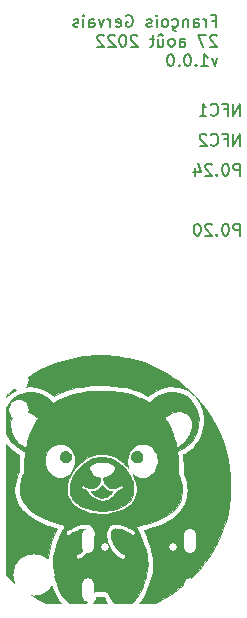
<source format=gbr>
%TF.GenerationSoftware,KiCad,Pcbnew,5.1.7-a382d34a8~88~ubuntu18.04.1*%
%TF.CreationDate,2022-09-03T09:09:10-04:00*%
%TF.ProjectId,project-MS88SF3-breakout,70726f6a-6563-4742-9d4d-533838534633,rev?*%
%TF.SameCoordinates,Original*%
%TF.FileFunction,Legend,Bot*%
%TF.FilePolarity,Positive*%
%FSLAX46Y46*%
G04 Gerber Fmt 4.6, Leading zero omitted, Abs format (unit mm)*
G04 Created by KiCad (PCBNEW 5.1.7-a382d34a8~88~ubuntu18.04.1) date 2022-09-03 09:09:10*
%MOMM*%
%LPD*%
G01*
G04 APERTURE LIST*
%ADD10C,0.150000*%
%ADD11C,0.010000*%
%ADD12O,1.700000X1.700000*%
%ADD13R,1.700000X1.700000*%
%ADD14C,0.650000*%
%ADD15O,1.050000X2.100000*%
%ADD16O,1.000000X2.000000*%
%ADD17C,3.500000*%
G04 APERTURE END LIST*
D10*
X56046476Y-92654380D02*
X56046476Y-91654380D01*
X55475047Y-92654380D01*
X55475047Y-91654380D01*
X54665523Y-92130571D02*
X54998857Y-92130571D01*
X54998857Y-92654380D02*
X54998857Y-91654380D01*
X54522666Y-91654380D01*
X53570285Y-92559142D02*
X53617904Y-92606761D01*
X53760761Y-92654380D01*
X53856000Y-92654380D01*
X53998857Y-92606761D01*
X54094095Y-92511523D01*
X54141714Y-92416285D01*
X54189333Y-92225809D01*
X54189333Y-92082952D01*
X54141714Y-91892476D01*
X54094095Y-91797238D01*
X53998857Y-91702000D01*
X53856000Y-91654380D01*
X53760761Y-91654380D01*
X53617904Y-91702000D01*
X53570285Y-91749619D01*
X53189333Y-91749619D02*
X53141714Y-91702000D01*
X53046476Y-91654380D01*
X52808380Y-91654380D01*
X52713142Y-91702000D01*
X52665523Y-91749619D01*
X52617904Y-91844857D01*
X52617904Y-91940095D01*
X52665523Y-92082952D01*
X53236952Y-92654380D01*
X52617904Y-92654380D01*
X56046476Y-90114380D02*
X56046476Y-89114380D01*
X55475047Y-90114380D01*
X55475047Y-89114380D01*
X54665523Y-89590571D02*
X54998857Y-89590571D01*
X54998857Y-90114380D02*
X54998857Y-89114380D01*
X54522666Y-89114380D01*
X53570285Y-90019142D02*
X53617904Y-90066761D01*
X53760761Y-90114380D01*
X53856000Y-90114380D01*
X53998857Y-90066761D01*
X54094095Y-89971523D01*
X54141714Y-89876285D01*
X54189333Y-89685809D01*
X54189333Y-89542952D01*
X54141714Y-89352476D01*
X54094095Y-89257238D01*
X53998857Y-89162000D01*
X53856000Y-89114380D01*
X53760761Y-89114380D01*
X53617904Y-89162000D01*
X53570285Y-89209619D01*
X52617904Y-90114380D02*
X53189333Y-90114380D01*
X52903619Y-90114380D02*
X52903619Y-89114380D01*
X52998857Y-89257238D01*
X53094095Y-89352476D01*
X53189333Y-89400095D01*
X53687071Y-82098571D02*
X54020404Y-82098571D01*
X54020404Y-82622380D02*
X54020404Y-81622380D01*
X53544214Y-81622380D01*
X53163261Y-82622380D02*
X53163261Y-81955714D01*
X53163261Y-82146190D02*
X53115642Y-82050952D01*
X53068023Y-82003333D01*
X52972785Y-81955714D01*
X52877547Y-81955714D01*
X52115642Y-82622380D02*
X52115642Y-82098571D01*
X52163261Y-82003333D01*
X52258500Y-81955714D01*
X52448976Y-81955714D01*
X52544214Y-82003333D01*
X52115642Y-82574761D02*
X52210880Y-82622380D01*
X52448976Y-82622380D01*
X52544214Y-82574761D01*
X52591833Y-82479523D01*
X52591833Y-82384285D01*
X52544214Y-82289047D01*
X52448976Y-82241428D01*
X52210880Y-82241428D01*
X52115642Y-82193809D01*
X51639452Y-81955714D02*
X51639452Y-82622380D01*
X51639452Y-82050952D02*
X51591833Y-82003333D01*
X51496595Y-81955714D01*
X51353738Y-81955714D01*
X51258500Y-82003333D01*
X51210880Y-82098571D01*
X51210880Y-82622380D01*
X50306119Y-82574761D02*
X50401357Y-82622380D01*
X50591833Y-82622380D01*
X50687071Y-82574761D01*
X50734690Y-82527142D01*
X50782309Y-82431904D01*
X50782309Y-82146190D01*
X50734690Y-82050952D01*
X50687071Y-82003333D01*
X50591833Y-81955714D01*
X50401357Y-81955714D01*
X50306119Y-82003333D01*
X50496595Y-82670000D02*
X50401357Y-82717619D01*
X50353738Y-82812857D01*
X50401357Y-82908095D01*
X50496595Y-82955714D01*
X50639452Y-82955714D01*
X49734690Y-82622380D02*
X49829928Y-82574761D01*
X49877547Y-82527142D01*
X49925166Y-82431904D01*
X49925166Y-82146190D01*
X49877547Y-82050952D01*
X49829928Y-82003333D01*
X49734690Y-81955714D01*
X49591833Y-81955714D01*
X49496595Y-82003333D01*
X49448976Y-82050952D01*
X49401357Y-82146190D01*
X49401357Y-82431904D01*
X49448976Y-82527142D01*
X49496595Y-82574761D01*
X49591833Y-82622380D01*
X49734690Y-82622380D01*
X48972785Y-82622380D02*
X48972785Y-81955714D01*
X48972785Y-81622380D02*
X49020404Y-81670000D01*
X48972785Y-81717619D01*
X48925166Y-81670000D01*
X48972785Y-81622380D01*
X48972785Y-81717619D01*
X48544214Y-82574761D02*
X48448976Y-82622380D01*
X48258500Y-82622380D01*
X48163261Y-82574761D01*
X48115642Y-82479523D01*
X48115642Y-82431904D01*
X48163261Y-82336666D01*
X48258500Y-82289047D01*
X48401357Y-82289047D01*
X48496595Y-82241428D01*
X48544214Y-82146190D01*
X48544214Y-82098571D01*
X48496595Y-82003333D01*
X48401357Y-81955714D01*
X48258500Y-81955714D01*
X48163261Y-82003333D01*
X46401357Y-81670000D02*
X46496595Y-81622380D01*
X46639452Y-81622380D01*
X46782309Y-81670000D01*
X46877547Y-81765238D01*
X46925166Y-81860476D01*
X46972785Y-82050952D01*
X46972785Y-82193809D01*
X46925166Y-82384285D01*
X46877547Y-82479523D01*
X46782309Y-82574761D01*
X46639452Y-82622380D01*
X46544214Y-82622380D01*
X46401357Y-82574761D01*
X46353738Y-82527142D01*
X46353738Y-82193809D01*
X46544214Y-82193809D01*
X45544214Y-82574761D02*
X45639452Y-82622380D01*
X45829928Y-82622380D01*
X45925166Y-82574761D01*
X45972785Y-82479523D01*
X45972785Y-82098571D01*
X45925166Y-82003333D01*
X45829928Y-81955714D01*
X45639452Y-81955714D01*
X45544214Y-82003333D01*
X45496595Y-82098571D01*
X45496595Y-82193809D01*
X45972785Y-82289047D01*
X45068023Y-82622380D02*
X45068023Y-81955714D01*
X45068023Y-82146190D02*
X45020404Y-82050952D01*
X44972785Y-82003333D01*
X44877547Y-81955714D01*
X44782309Y-81955714D01*
X44544214Y-81955714D02*
X44306119Y-82622380D01*
X44068023Y-81955714D01*
X43258500Y-82622380D02*
X43258500Y-82098571D01*
X43306119Y-82003333D01*
X43401357Y-81955714D01*
X43591833Y-81955714D01*
X43687071Y-82003333D01*
X43258500Y-82574761D02*
X43353738Y-82622380D01*
X43591833Y-82622380D01*
X43687071Y-82574761D01*
X43734690Y-82479523D01*
X43734690Y-82384285D01*
X43687071Y-82289047D01*
X43591833Y-82241428D01*
X43353738Y-82241428D01*
X43258500Y-82193809D01*
X42782309Y-82622380D02*
X42782309Y-81955714D01*
X42782309Y-81622380D02*
X42829928Y-81670000D01*
X42782309Y-81717619D01*
X42734690Y-81670000D01*
X42782309Y-81622380D01*
X42782309Y-81717619D01*
X42353738Y-82574761D02*
X42258500Y-82622380D01*
X42068023Y-82622380D01*
X41972785Y-82574761D01*
X41925166Y-82479523D01*
X41925166Y-82431904D01*
X41972785Y-82336666D01*
X42068023Y-82289047D01*
X42210880Y-82289047D01*
X42306119Y-82241428D01*
X42353738Y-82146190D01*
X42353738Y-82098571D01*
X42306119Y-82003333D01*
X42210880Y-81955714D01*
X42068023Y-81955714D01*
X41972785Y-82003333D01*
X54068023Y-83367619D02*
X54020404Y-83320000D01*
X53925166Y-83272380D01*
X53687071Y-83272380D01*
X53591833Y-83320000D01*
X53544214Y-83367619D01*
X53496595Y-83462857D01*
X53496595Y-83558095D01*
X53544214Y-83700952D01*
X54115642Y-84272380D01*
X53496595Y-84272380D01*
X53163261Y-83272380D02*
X52496595Y-83272380D01*
X52925166Y-84272380D01*
X50925166Y-84272380D02*
X50925166Y-83748571D01*
X50972785Y-83653333D01*
X51068023Y-83605714D01*
X51258500Y-83605714D01*
X51353738Y-83653333D01*
X50925166Y-84224761D02*
X51020404Y-84272380D01*
X51258500Y-84272380D01*
X51353738Y-84224761D01*
X51401357Y-84129523D01*
X51401357Y-84034285D01*
X51353738Y-83939047D01*
X51258500Y-83891428D01*
X51020404Y-83891428D01*
X50925166Y-83843809D01*
X50306119Y-84272380D02*
X50401357Y-84224761D01*
X50448976Y-84177142D01*
X50496595Y-84081904D01*
X50496595Y-83796190D01*
X50448976Y-83700952D01*
X50401357Y-83653333D01*
X50306119Y-83605714D01*
X50163261Y-83605714D01*
X50068023Y-83653333D01*
X50020404Y-83700952D01*
X49972785Y-83796190D01*
X49972785Y-84081904D01*
X50020404Y-84177142D01*
X50068023Y-84224761D01*
X50163261Y-84272380D01*
X50306119Y-84272380D01*
X49115642Y-83605714D02*
X49115642Y-84272380D01*
X49544214Y-83605714D02*
X49544214Y-84129523D01*
X49496595Y-84224761D01*
X49401357Y-84272380D01*
X49258500Y-84272380D01*
X49163261Y-84224761D01*
X49115642Y-84177142D01*
X49496595Y-83367619D02*
X49306119Y-83224761D01*
X49115642Y-83367619D01*
X48782309Y-83605714D02*
X48401357Y-83605714D01*
X48639452Y-83272380D02*
X48639452Y-84129523D01*
X48591833Y-84224761D01*
X48496595Y-84272380D01*
X48401357Y-84272380D01*
X47353738Y-83367619D02*
X47306119Y-83320000D01*
X47210880Y-83272380D01*
X46972785Y-83272380D01*
X46877547Y-83320000D01*
X46829928Y-83367619D01*
X46782309Y-83462857D01*
X46782309Y-83558095D01*
X46829928Y-83700952D01*
X47401357Y-84272380D01*
X46782309Y-84272380D01*
X46163261Y-83272380D02*
X46068023Y-83272380D01*
X45972785Y-83320000D01*
X45925166Y-83367619D01*
X45877547Y-83462857D01*
X45829928Y-83653333D01*
X45829928Y-83891428D01*
X45877547Y-84081904D01*
X45925166Y-84177142D01*
X45972785Y-84224761D01*
X46068023Y-84272380D01*
X46163261Y-84272380D01*
X46258500Y-84224761D01*
X46306119Y-84177142D01*
X46353738Y-84081904D01*
X46401357Y-83891428D01*
X46401357Y-83653333D01*
X46353738Y-83462857D01*
X46306119Y-83367619D01*
X46258500Y-83320000D01*
X46163261Y-83272380D01*
X45448976Y-83367619D02*
X45401357Y-83320000D01*
X45306119Y-83272380D01*
X45068023Y-83272380D01*
X44972785Y-83320000D01*
X44925166Y-83367619D01*
X44877547Y-83462857D01*
X44877547Y-83558095D01*
X44925166Y-83700952D01*
X45496595Y-84272380D01*
X44877547Y-84272380D01*
X44496595Y-83367619D02*
X44448976Y-83320000D01*
X44353738Y-83272380D01*
X44115642Y-83272380D01*
X44020404Y-83320000D01*
X43972785Y-83367619D01*
X43925166Y-83462857D01*
X43925166Y-83558095D01*
X43972785Y-83700952D01*
X44544214Y-84272380D01*
X43925166Y-84272380D01*
X54115642Y-85255714D02*
X53877547Y-85922380D01*
X53639452Y-85255714D01*
X52734690Y-85922380D02*
X53306119Y-85922380D01*
X53020404Y-85922380D02*
X53020404Y-84922380D01*
X53115642Y-85065238D01*
X53210880Y-85160476D01*
X53306119Y-85208095D01*
X52306119Y-85827142D02*
X52258500Y-85874761D01*
X52306119Y-85922380D01*
X52353738Y-85874761D01*
X52306119Y-85827142D01*
X52306119Y-85922380D01*
X51639452Y-84922380D02*
X51544214Y-84922380D01*
X51448976Y-84970000D01*
X51401357Y-85017619D01*
X51353738Y-85112857D01*
X51306119Y-85303333D01*
X51306119Y-85541428D01*
X51353738Y-85731904D01*
X51401357Y-85827142D01*
X51448976Y-85874761D01*
X51544214Y-85922380D01*
X51639452Y-85922380D01*
X51734690Y-85874761D01*
X51782309Y-85827142D01*
X51829928Y-85731904D01*
X51877547Y-85541428D01*
X51877547Y-85303333D01*
X51829928Y-85112857D01*
X51782309Y-85017619D01*
X51734690Y-84970000D01*
X51639452Y-84922380D01*
X50877547Y-85827142D02*
X50829928Y-85874761D01*
X50877547Y-85922380D01*
X50925166Y-85874761D01*
X50877547Y-85827142D01*
X50877547Y-85922380D01*
X50210880Y-84922380D02*
X50115642Y-84922380D01*
X50020404Y-84970000D01*
X49972785Y-85017619D01*
X49925166Y-85112857D01*
X49877547Y-85303333D01*
X49877547Y-85541428D01*
X49925166Y-85731904D01*
X49972785Y-85827142D01*
X50020404Y-85874761D01*
X50115642Y-85922380D01*
X50210880Y-85922380D01*
X50306119Y-85874761D01*
X50353738Y-85827142D01*
X50401357Y-85731904D01*
X50448976Y-85541428D01*
X50448976Y-85303333D01*
X50401357Y-85112857D01*
X50353738Y-85017619D01*
X50306119Y-84970000D01*
X50210880Y-84922380D01*
X56030571Y-100274380D02*
X56030571Y-99274380D01*
X55649619Y-99274380D01*
X55554380Y-99322000D01*
X55506761Y-99369619D01*
X55459142Y-99464857D01*
X55459142Y-99607714D01*
X55506761Y-99702952D01*
X55554380Y-99750571D01*
X55649619Y-99798190D01*
X56030571Y-99798190D01*
X54840095Y-99274380D02*
X54744857Y-99274380D01*
X54649619Y-99322000D01*
X54602000Y-99369619D01*
X54554380Y-99464857D01*
X54506761Y-99655333D01*
X54506761Y-99893428D01*
X54554380Y-100083904D01*
X54602000Y-100179142D01*
X54649619Y-100226761D01*
X54744857Y-100274380D01*
X54840095Y-100274380D01*
X54935333Y-100226761D01*
X54982952Y-100179142D01*
X55030571Y-100083904D01*
X55078190Y-99893428D01*
X55078190Y-99655333D01*
X55030571Y-99464857D01*
X54982952Y-99369619D01*
X54935333Y-99322000D01*
X54840095Y-99274380D01*
X54078190Y-100179142D02*
X54030571Y-100226761D01*
X54078190Y-100274380D01*
X54125809Y-100226761D01*
X54078190Y-100179142D01*
X54078190Y-100274380D01*
X53649619Y-99369619D02*
X53602000Y-99322000D01*
X53506761Y-99274380D01*
X53268666Y-99274380D01*
X53173428Y-99322000D01*
X53125809Y-99369619D01*
X53078190Y-99464857D01*
X53078190Y-99560095D01*
X53125809Y-99702952D01*
X53697238Y-100274380D01*
X53078190Y-100274380D01*
X52459142Y-99274380D02*
X52363904Y-99274380D01*
X52268666Y-99322000D01*
X52221047Y-99369619D01*
X52173428Y-99464857D01*
X52125809Y-99655333D01*
X52125809Y-99893428D01*
X52173428Y-100083904D01*
X52221047Y-100179142D01*
X52268666Y-100226761D01*
X52363904Y-100274380D01*
X52459142Y-100274380D01*
X52554380Y-100226761D01*
X52602000Y-100179142D01*
X52649619Y-100083904D01*
X52697238Y-99893428D01*
X52697238Y-99655333D01*
X52649619Y-99464857D01*
X52602000Y-99369619D01*
X52554380Y-99322000D01*
X52459142Y-99274380D01*
X56030571Y-95194380D02*
X56030571Y-94194380D01*
X55649619Y-94194380D01*
X55554380Y-94242000D01*
X55506761Y-94289619D01*
X55459142Y-94384857D01*
X55459142Y-94527714D01*
X55506761Y-94622952D01*
X55554380Y-94670571D01*
X55649619Y-94718190D01*
X56030571Y-94718190D01*
X54840095Y-94194380D02*
X54744857Y-94194380D01*
X54649619Y-94242000D01*
X54602000Y-94289619D01*
X54554380Y-94384857D01*
X54506761Y-94575333D01*
X54506761Y-94813428D01*
X54554380Y-95003904D01*
X54602000Y-95099142D01*
X54649619Y-95146761D01*
X54744857Y-95194380D01*
X54840095Y-95194380D01*
X54935333Y-95146761D01*
X54982952Y-95099142D01*
X55030571Y-95003904D01*
X55078190Y-94813428D01*
X55078190Y-94575333D01*
X55030571Y-94384857D01*
X54982952Y-94289619D01*
X54935333Y-94242000D01*
X54840095Y-94194380D01*
X54078190Y-95099142D02*
X54030571Y-95146761D01*
X54078190Y-95194380D01*
X54125809Y-95146761D01*
X54078190Y-95099142D01*
X54078190Y-95194380D01*
X53649619Y-94289619D02*
X53602000Y-94242000D01*
X53506761Y-94194380D01*
X53268666Y-94194380D01*
X53173428Y-94242000D01*
X53125809Y-94289619D01*
X53078190Y-94384857D01*
X53078190Y-94480095D01*
X53125809Y-94622952D01*
X53697238Y-95194380D01*
X53078190Y-95194380D01*
X52221047Y-94527714D02*
X52221047Y-95194380D01*
X52459142Y-94146761D02*
X52697238Y-94861047D01*
X52078190Y-94861047D01*
D11*
%TO.C,Ref\u002A\u002A*%
G36*
X43947363Y-110417139D02*
G01*
X43723041Y-110419593D01*
X43526198Y-110424258D01*
X43349414Y-110431683D01*
X43185269Y-110442416D01*
X43026344Y-110457007D01*
X42865219Y-110476005D01*
X42694473Y-110499959D01*
X42506688Y-110529417D01*
X42368536Y-110552357D01*
X41701585Y-110686091D01*
X41047589Y-110859854D01*
X40407861Y-111072974D01*
X39783712Y-111324779D01*
X39176454Y-111614599D01*
X38587397Y-111941762D01*
X38017853Y-112305596D01*
X37469134Y-112705430D01*
X36942551Y-113140592D01*
X36486042Y-113564432D01*
X36388954Y-113660223D01*
X36318322Y-113732073D01*
X36269982Y-113785275D01*
X36239770Y-113825120D01*
X36223522Y-113856901D01*
X36217077Y-113885910D01*
X36216167Y-113907479D01*
X36216167Y-113985912D01*
X36325750Y-113866010D01*
X36529220Y-113671701D01*
X36764951Y-113496029D01*
X37025414Y-113343175D01*
X37303083Y-113217320D01*
X37590430Y-113122644D01*
X37720405Y-113091428D01*
X37926814Y-113059399D01*
X38155545Y-113043819D01*
X38390735Y-113044704D01*
X38616520Y-113062068D01*
X38791905Y-113090370D01*
X39059175Y-113157840D01*
X39308383Y-113244582D01*
X39547455Y-113354561D01*
X39784318Y-113491741D01*
X40026900Y-113660088D01*
X40198667Y-113793985D01*
X40254751Y-113839427D01*
X40547917Y-113691125D01*
X40926385Y-113514251D01*
X41312391Y-113363612D01*
X41711247Y-113237864D01*
X42128261Y-113135659D01*
X42568744Y-113055652D01*
X43038007Y-112996497D01*
X43412833Y-112964951D01*
X43568503Y-112957026D01*
X43755894Y-112951844D01*
X43967069Y-112949277D01*
X44194093Y-112949199D01*
X44429027Y-112951483D01*
X44663935Y-112956000D01*
X44890881Y-112962624D01*
X45101927Y-112971228D01*
X45289137Y-112981684D01*
X45444574Y-112993865D01*
X45487167Y-112998201D01*
X45930309Y-113055374D01*
X46340366Y-113127065D01*
X46724691Y-113215277D01*
X47090640Y-113322015D01*
X47445568Y-113449283D01*
X47796831Y-113599083D01*
X47938697Y-113666121D01*
X48284143Y-113833753D01*
X48425530Y-113720840D01*
X48721084Y-113508885D01*
X49027551Y-113335475D01*
X49342689Y-113201064D01*
X49664257Y-113106103D01*
X49990011Y-113051042D01*
X50317710Y-113036335D01*
X50645112Y-113062433D01*
X50969974Y-113129787D01*
X51124788Y-113177053D01*
X51431374Y-113302552D01*
X51717102Y-113463591D01*
X51979777Y-113657709D01*
X52217204Y-113882448D01*
X52427184Y-114135348D01*
X52607524Y-114413949D01*
X52756026Y-114715793D01*
X52870494Y-115038419D01*
X52906035Y-115171809D01*
X52969877Y-115523737D01*
X52992872Y-115878367D01*
X52976065Y-116232307D01*
X52920502Y-116582168D01*
X52827228Y-116924557D01*
X52697288Y-117256085D01*
X52531729Y-117573359D01*
X52331595Y-117872990D01*
X52097931Y-118151587D01*
X51938285Y-118310772D01*
X51835683Y-118400179D01*
X51715192Y-118495444D01*
X51587100Y-118589239D01*
X51461693Y-118674238D01*
X51349260Y-118743114D01*
X51280055Y-118779585D01*
X51229139Y-118807212D01*
X51208619Y-118833889D01*
X51209183Y-118873346D01*
X51210636Y-118881921D01*
X51218830Y-118946523D01*
X51227221Y-119045537D01*
X51235467Y-119171043D01*
X51243226Y-119315124D01*
X51250158Y-119469860D01*
X51255921Y-119627334D01*
X51260174Y-119779627D01*
X51262575Y-119918820D01*
X51262783Y-120036995D01*
X51262160Y-120077336D01*
X51255292Y-120385417D01*
X51333414Y-120554750D01*
X51443754Y-120839829D01*
X51524287Y-121147633D01*
X51574499Y-121470329D01*
X51593881Y-121800083D01*
X51581920Y-122129061D01*
X51538104Y-122449430D01*
X51474334Y-122712837D01*
X51365781Y-123004327D01*
X51217441Y-123283126D01*
X51030087Y-123548666D01*
X50804492Y-123800378D01*
X50541431Y-124037694D01*
X50241676Y-124260044D01*
X49906002Y-124466859D01*
X49535181Y-124657571D01*
X49129988Y-124831610D01*
X48691196Y-124988409D01*
X48219578Y-125127397D01*
X48175333Y-125139069D01*
X48075981Y-125165193D01*
X47992759Y-125187379D01*
X47933515Y-125203511D01*
X47906100Y-125211476D01*
X47905179Y-125211859D01*
X47911184Y-125231250D01*
X47931785Y-125280797D01*
X47963503Y-125352376D01*
X47992369Y-125415366D01*
X48143684Y-125766238D01*
X48281941Y-126136259D01*
X48404116Y-126515270D01*
X48507185Y-126893113D01*
X48588123Y-127259628D01*
X48643726Y-127603250D01*
X48657646Y-127748489D01*
X48666339Y-127917796D01*
X48669907Y-128100324D01*
X48668448Y-128285225D01*
X48662064Y-128461650D01*
X48650853Y-128618753D01*
X48634916Y-128745684D01*
X48633105Y-128756083D01*
X48554543Y-129126748D01*
X48452883Y-129498655D01*
X48330875Y-129865045D01*
X48191269Y-130219158D01*
X48036813Y-130554235D01*
X47870259Y-130863516D01*
X47694355Y-131140241D01*
X47623252Y-131238625D01*
X47499963Y-131402667D01*
X48850035Y-131402667D01*
X49174142Y-131237540D01*
X49780817Y-130905891D01*
X50358900Y-130543516D01*
X50910037Y-130149316D01*
X51403250Y-129750277D01*
X51549075Y-129620901D01*
X51713740Y-129467466D01*
X51889154Y-129298069D01*
X52067223Y-129120803D01*
X52239854Y-128943767D01*
X52398956Y-128775054D01*
X52536435Y-128622760D01*
X52576167Y-128576917D01*
X53007688Y-128040595D01*
X53402581Y-127483393D01*
X53760374Y-126906448D01*
X54080597Y-126310894D01*
X54362780Y-125697868D01*
X54606453Y-125068505D01*
X54811145Y-124423940D01*
X54976386Y-123765308D01*
X55101705Y-123093747D01*
X55186633Y-122410390D01*
X55201442Y-122238561D01*
X55209763Y-122100625D01*
X55216079Y-121929976D01*
X55220385Y-121735813D01*
X55222677Y-121527333D01*
X55222949Y-121313734D01*
X55221196Y-121104215D01*
X55217414Y-120907974D01*
X55211596Y-120734209D01*
X55203739Y-120592118D01*
X55202353Y-120573699D01*
X55127743Y-119890152D01*
X55012841Y-119218026D01*
X54858410Y-118558718D01*
X54665216Y-117913627D01*
X54434025Y-117284151D01*
X54165600Y-116671688D01*
X53860708Y-116077636D01*
X53520114Y-115503394D01*
X53144582Y-114950359D01*
X52734878Y-114419929D01*
X52291767Y-113913504D01*
X51816013Y-113432480D01*
X51308383Y-112978256D01*
X50842418Y-112606730D01*
X50291538Y-112217143D01*
X49718303Y-111863058D01*
X49124588Y-111545262D01*
X48512268Y-111264544D01*
X47883219Y-111021693D01*
X47239315Y-110817496D01*
X46582431Y-110652743D01*
X45914444Y-110528222D01*
X45889333Y-110524365D01*
X45709055Y-110497476D01*
X45549786Y-110475382D01*
X45404400Y-110457626D01*
X45265771Y-110443750D01*
X45126773Y-110433297D01*
X44980280Y-110425809D01*
X44819166Y-110420830D01*
X44636306Y-110417901D01*
X44424572Y-110416565D01*
X44206583Y-110416346D01*
X43947363Y-110417139D01*
G37*
X43947363Y-110417139D02*
X43723041Y-110419593D01*
X43526198Y-110424258D01*
X43349414Y-110431683D01*
X43185269Y-110442416D01*
X43026344Y-110457007D01*
X42865219Y-110476005D01*
X42694473Y-110499959D01*
X42506688Y-110529417D01*
X42368536Y-110552357D01*
X41701585Y-110686091D01*
X41047589Y-110859854D01*
X40407861Y-111072974D01*
X39783712Y-111324779D01*
X39176454Y-111614599D01*
X38587397Y-111941762D01*
X38017853Y-112305596D01*
X37469134Y-112705430D01*
X36942551Y-113140592D01*
X36486042Y-113564432D01*
X36388954Y-113660223D01*
X36318322Y-113732073D01*
X36269982Y-113785275D01*
X36239770Y-113825120D01*
X36223522Y-113856901D01*
X36217077Y-113885910D01*
X36216167Y-113907479D01*
X36216167Y-113985912D01*
X36325750Y-113866010D01*
X36529220Y-113671701D01*
X36764951Y-113496029D01*
X37025414Y-113343175D01*
X37303083Y-113217320D01*
X37590430Y-113122644D01*
X37720405Y-113091428D01*
X37926814Y-113059399D01*
X38155545Y-113043819D01*
X38390735Y-113044704D01*
X38616520Y-113062068D01*
X38791905Y-113090370D01*
X39059175Y-113157840D01*
X39308383Y-113244582D01*
X39547455Y-113354561D01*
X39784318Y-113491741D01*
X40026900Y-113660088D01*
X40198667Y-113793985D01*
X40254751Y-113839427D01*
X40547917Y-113691125D01*
X40926385Y-113514251D01*
X41312391Y-113363612D01*
X41711247Y-113237864D01*
X42128261Y-113135659D01*
X42568744Y-113055652D01*
X43038007Y-112996497D01*
X43412833Y-112964951D01*
X43568503Y-112957026D01*
X43755894Y-112951844D01*
X43967069Y-112949277D01*
X44194093Y-112949199D01*
X44429027Y-112951483D01*
X44663935Y-112956000D01*
X44890881Y-112962624D01*
X45101927Y-112971228D01*
X45289137Y-112981684D01*
X45444574Y-112993865D01*
X45487167Y-112998201D01*
X45930309Y-113055374D01*
X46340366Y-113127065D01*
X46724691Y-113215277D01*
X47090640Y-113322015D01*
X47445568Y-113449283D01*
X47796831Y-113599083D01*
X47938697Y-113666121D01*
X48284143Y-113833753D01*
X48425530Y-113720840D01*
X48721084Y-113508885D01*
X49027551Y-113335475D01*
X49342689Y-113201064D01*
X49664257Y-113106103D01*
X49990011Y-113051042D01*
X50317710Y-113036335D01*
X50645112Y-113062433D01*
X50969974Y-113129787D01*
X51124788Y-113177053D01*
X51431374Y-113302552D01*
X51717102Y-113463591D01*
X51979777Y-113657709D01*
X52217204Y-113882448D01*
X52427184Y-114135348D01*
X52607524Y-114413949D01*
X52756026Y-114715793D01*
X52870494Y-115038419D01*
X52906035Y-115171809D01*
X52969877Y-115523737D01*
X52992872Y-115878367D01*
X52976065Y-116232307D01*
X52920502Y-116582168D01*
X52827228Y-116924557D01*
X52697288Y-117256085D01*
X52531729Y-117573359D01*
X52331595Y-117872990D01*
X52097931Y-118151587D01*
X51938285Y-118310772D01*
X51835683Y-118400179D01*
X51715192Y-118495444D01*
X51587100Y-118589239D01*
X51461693Y-118674238D01*
X51349260Y-118743114D01*
X51280055Y-118779585D01*
X51229139Y-118807212D01*
X51208619Y-118833889D01*
X51209183Y-118873346D01*
X51210636Y-118881921D01*
X51218830Y-118946523D01*
X51227221Y-119045537D01*
X51235467Y-119171043D01*
X51243226Y-119315124D01*
X51250158Y-119469860D01*
X51255921Y-119627334D01*
X51260174Y-119779627D01*
X51262575Y-119918820D01*
X51262783Y-120036995D01*
X51262160Y-120077336D01*
X51255292Y-120385417D01*
X51333414Y-120554750D01*
X51443754Y-120839829D01*
X51524287Y-121147633D01*
X51574499Y-121470329D01*
X51593881Y-121800083D01*
X51581920Y-122129061D01*
X51538104Y-122449430D01*
X51474334Y-122712837D01*
X51365781Y-123004327D01*
X51217441Y-123283126D01*
X51030087Y-123548666D01*
X50804492Y-123800378D01*
X50541431Y-124037694D01*
X50241676Y-124260044D01*
X49906002Y-124466859D01*
X49535181Y-124657571D01*
X49129988Y-124831610D01*
X48691196Y-124988409D01*
X48219578Y-125127397D01*
X48175333Y-125139069D01*
X48075981Y-125165193D01*
X47992759Y-125187379D01*
X47933515Y-125203511D01*
X47906100Y-125211476D01*
X47905179Y-125211859D01*
X47911184Y-125231250D01*
X47931785Y-125280797D01*
X47963503Y-125352376D01*
X47992369Y-125415366D01*
X48143684Y-125766238D01*
X48281941Y-126136259D01*
X48404116Y-126515270D01*
X48507185Y-126893113D01*
X48588123Y-127259628D01*
X48643726Y-127603250D01*
X48657646Y-127748489D01*
X48666339Y-127917796D01*
X48669907Y-128100324D01*
X48668448Y-128285225D01*
X48662064Y-128461650D01*
X48650853Y-128618753D01*
X48634916Y-128745684D01*
X48633105Y-128756083D01*
X48554543Y-129126748D01*
X48452883Y-129498655D01*
X48330875Y-129865045D01*
X48191269Y-130219158D01*
X48036813Y-130554235D01*
X47870259Y-130863516D01*
X47694355Y-131140241D01*
X47623252Y-131238625D01*
X47499963Y-131402667D01*
X48850035Y-131402667D01*
X49174142Y-131237540D01*
X49780817Y-130905891D01*
X50358900Y-130543516D01*
X50910037Y-130149316D01*
X51403250Y-129750277D01*
X51549075Y-129620901D01*
X51713740Y-129467466D01*
X51889154Y-129298069D01*
X52067223Y-129120803D01*
X52239854Y-128943767D01*
X52398956Y-128775054D01*
X52536435Y-128622760D01*
X52576167Y-128576917D01*
X53007688Y-128040595D01*
X53402581Y-127483393D01*
X53760374Y-126906448D01*
X54080597Y-126310894D01*
X54362780Y-125697868D01*
X54606453Y-125068505D01*
X54811145Y-124423940D01*
X54976386Y-123765308D01*
X55101705Y-123093747D01*
X55186633Y-122410390D01*
X55201442Y-122238561D01*
X55209763Y-122100625D01*
X55216079Y-121929976D01*
X55220385Y-121735813D01*
X55222677Y-121527333D01*
X55222949Y-121313734D01*
X55221196Y-121104215D01*
X55217414Y-120907974D01*
X55211596Y-120734209D01*
X55203739Y-120592118D01*
X55202353Y-120573699D01*
X55127743Y-119890152D01*
X55012841Y-119218026D01*
X54858410Y-118558718D01*
X54665216Y-117913627D01*
X54434025Y-117284151D01*
X54165600Y-116671688D01*
X53860708Y-116077636D01*
X53520114Y-115503394D01*
X53144582Y-114950359D01*
X52734878Y-114419929D01*
X52291767Y-113913504D01*
X51816013Y-113432480D01*
X51308383Y-112978256D01*
X50842418Y-112606730D01*
X50291538Y-112217143D01*
X49718303Y-111863058D01*
X49124588Y-111545262D01*
X48512268Y-111264544D01*
X47883219Y-111021693D01*
X47239315Y-110817496D01*
X46582431Y-110652743D01*
X45914444Y-110528222D01*
X45889333Y-110524365D01*
X45709055Y-110497476D01*
X45549786Y-110475382D01*
X45404400Y-110457626D01*
X45265771Y-110443750D01*
X45126773Y-110433297D01*
X44980280Y-110425809D01*
X44819166Y-110420830D01*
X44636306Y-110417901D01*
X44424572Y-110416565D01*
X44206583Y-110416346D01*
X43947363Y-110417139D01*
G36*
X43793972Y-113420207D02*
G01*
X43431691Y-113435997D01*
X43091272Y-113461671D01*
X42851917Y-113487969D01*
X42359846Y-113567584D01*
X41886129Y-113678059D01*
X41434040Y-113818289D01*
X41006853Y-113987169D01*
X40607839Y-114183594D01*
X40357932Y-114330033D01*
X40177964Y-114443020D01*
X40081114Y-114330840D01*
X39937858Y-114185016D01*
X39763630Y-114040261D01*
X39569280Y-113904223D01*
X39365655Y-113784549D01*
X39180581Y-113695952D01*
X38887333Y-113593613D01*
X38591794Y-113531310D01*
X38297204Y-113507901D01*
X38006807Y-113522244D01*
X37723843Y-113573200D01*
X37451554Y-113659626D01*
X37193183Y-113780382D01*
X36951971Y-113934325D01*
X36731159Y-114120315D01*
X36533991Y-114337210D01*
X36363707Y-114583869D01*
X36292345Y-114712750D01*
X36216374Y-114860917D01*
X36216270Y-115920193D01*
X36216167Y-116979469D01*
X36306237Y-117158443D01*
X36418151Y-117362700D01*
X36539327Y-117545038D01*
X36679797Y-117719270D01*
X36829854Y-117879400D01*
X37076654Y-118103543D01*
X37334064Y-118287852D01*
X37604696Y-118434065D01*
X37762059Y-118499599D01*
X37858035Y-118535597D01*
X37831822Y-118740840D01*
X37804400Y-118995662D01*
X37783214Y-119275316D01*
X37769193Y-119562637D01*
X37763267Y-119840458D01*
X37763958Y-119993834D01*
X37769847Y-120364250D01*
X37700941Y-120498215D01*
X37607677Y-120704752D01*
X37523875Y-120940843D01*
X37462808Y-121158000D01*
X37444906Y-121234417D01*
X37431841Y-121304382D01*
X37422898Y-121376830D01*
X37417362Y-121460698D01*
X37414519Y-121564923D01*
X37413654Y-121698440D01*
X37413723Y-121771834D01*
X37414405Y-121917024D01*
X37416235Y-122028259D01*
X37420024Y-122113915D01*
X37426585Y-122182368D01*
X37436728Y-122241995D01*
X37451267Y-122301172D01*
X37471013Y-122368277D01*
X37471779Y-122370778D01*
X37572471Y-122636085D01*
X37707755Y-122886582D01*
X37878707Y-123123359D01*
X38086403Y-123347507D01*
X38331916Y-123560115D01*
X38616324Y-123762273D01*
X38940700Y-123955072D01*
X39135216Y-124056856D01*
X39572088Y-124257519D01*
X40043487Y-124439189D01*
X40545407Y-124600403D01*
X40868454Y-124689001D01*
X40979443Y-124717996D01*
X41075310Y-124743883D01*
X41148851Y-124764650D01*
X41192861Y-124778285D01*
X41202089Y-124782200D01*
X41196121Y-124803275D01*
X41173521Y-124855862D01*
X41137126Y-124933881D01*
X41089769Y-125031252D01*
X41035576Y-125139357D01*
X40809366Y-125612488D01*
X40615668Y-126076960D01*
X40455447Y-126529945D01*
X40329670Y-126968615D01*
X40239301Y-127390141D01*
X40214711Y-127543409D01*
X40197558Y-127669967D01*
X40185869Y-127780814D01*
X40179053Y-127888275D01*
X40176518Y-128004674D01*
X40177672Y-128142336D01*
X40180371Y-128258442D01*
X40186500Y-128430808D01*
X40195916Y-128578249D01*
X40210404Y-128711306D01*
X40231750Y-128840524D01*
X40261741Y-128976445D01*
X40302162Y-129129612D01*
X40354799Y-129310569D01*
X40363538Y-129339696D01*
X40502632Y-129759721D01*
X40655685Y-130141861D01*
X40822420Y-130485587D01*
X41002561Y-130790368D01*
X41195832Y-131055674D01*
X41348145Y-131227307D01*
X41518987Y-131403220D01*
X43017849Y-131392084D01*
X43132364Y-131243917D01*
X43182988Y-131170918D01*
X43244915Y-131070085D01*
X43311938Y-130952126D01*
X43377853Y-130827749D01*
X43405398Y-130772748D01*
X43469752Y-130644288D01*
X43520397Y-130549912D01*
X43560302Y-130484795D01*
X43592433Y-130444108D01*
X43619757Y-130423027D01*
X43620666Y-130422583D01*
X43660025Y-130414134D01*
X43734065Y-130407502D01*
X43835457Y-130402652D01*
X43956873Y-130399545D01*
X44090984Y-130398148D01*
X44230461Y-130398422D01*
X44367975Y-130400332D01*
X44496198Y-130403842D01*
X44607801Y-130408915D01*
X44695456Y-130415515D01*
X44751834Y-130423606D01*
X44766099Y-130428250D01*
X44794881Y-130458650D01*
X44836707Y-130524018D01*
X44889009Y-130619971D01*
X44945843Y-130735009D01*
X45023091Y-130892727D01*
X45091675Y-131020708D01*
X45157613Y-131128920D01*
X45226923Y-131227333D01*
X45294625Y-131312709D01*
X45369131Y-131402667D01*
X46844368Y-131402667D01*
X46962226Y-131291542D01*
X47063384Y-131187036D01*
X47174077Y-131057394D01*
X47284420Y-130915098D01*
X47384531Y-130772629D01*
X47431642Y-130698732D01*
X47573443Y-130445169D01*
X47708056Y-130163802D01*
X47832516Y-129863434D01*
X47943861Y-129552870D01*
X48039127Y-129240913D01*
X48115351Y-128936369D01*
X48169568Y-128648040D01*
X48195584Y-128429188D01*
X48205378Y-128088387D01*
X48181566Y-127724911D01*
X48124729Y-127341049D01*
X48035450Y-126939091D01*
X47914311Y-126521326D01*
X47761893Y-126090043D01*
X47578780Y-125647534D01*
X47482999Y-125443823D01*
X47166646Y-125443823D01*
X47136964Y-125520643D01*
X47099770Y-125563316D01*
X47037585Y-125607565D01*
X46977292Y-125620856D01*
X46907381Y-125603505D01*
X46841506Y-125570460D01*
X46596763Y-125439119D01*
X46358523Y-125325103D01*
X46131820Y-125230326D01*
X45921687Y-125156702D01*
X45733158Y-125106145D01*
X45571267Y-125080569D01*
X45549030Y-125078972D01*
X45423083Y-125076652D01*
X45329475Y-125089234D01*
X45259656Y-125120655D01*
X45205078Y-125174850D01*
X45157190Y-125255756D01*
X45154880Y-125260446D01*
X45128354Y-125318515D01*
X45111569Y-125369899D01*
X45102522Y-125426981D01*
X45099206Y-125502144D01*
X45099548Y-125602226D01*
X45104840Y-125738119D01*
X45118826Y-125852489D01*
X45144386Y-125965743D01*
X45157301Y-126011270D01*
X45252906Y-126271669D01*
X45379117Y-126514693D01*
X45532252Y-126735659D01*
X45708629Y-126929884D01*
X45904568Y-127092683D01*
X46100859Y-127211648D01*
X46195764Y-127265932D01*
X46257340Y-127318304D01*
X46293550Y-127376178D01*
X46301502Y-127398436D01*
X46303863Y-127471679D01*
X46272431Y-127540954D01*
X46215371Y-127596673D01*
X46140849Y-127629250D01*
X46101000Y-127633855D01*
X46058135Y-127624218D01*
X45991398Y-127598144D01*
X45913369Y-127560716D01*
X45892324Y-127549502D01*
X45649944Y-127394700D01*
X45428704Y-127208160D01*
X45231480Y-126994613D01*
X45061149Y-126758791D01*
X44920589Y-126505423D01*
X44812676Y-126239240D01*
X44740287Y-125964973D01*
X44706299Y-125687353D01*
X44705041Y-125637054D01*
X43728431Y-125637054D01*
X43708423Y-125856849D01*
X43698330Y-125915201D01*
X43623308Y-126206068D01*
X43512391Y-126485413D01*
X43368854Y-126748679D01*
X43195976Y-126991305D01*
X42997033Y-127208732D01*
X42775303Y-127396402D01*
X42534062Y-127549755D01*
X42516784Y-127558953D01*
X42411308Y-127608499D01*
X42330079Y-127630908D01*
X42265139Y-127626518D01*
X42208529Y-127595668D01*
X42183539Y-127573128D01*
X42134054Y-127497841D01*
X42121048Y-127413707D01*
X42142438Y-127339405D01*
X42170007Y-127311409D01*
X42224765Y-127271543D01*
X42296229Y-127227248D01*
X42317063Y-127215474D01*
X42437275Y-127146024D01*
X42533972Y-127081747D01*
X42622572Y-127011194D01*
X42718492Y-126922910D01*
X42743056Y-126899044D01*
X42925721Y-126691680D01*
X43079962Y-126457024D01*
X43201468Y-126202579D01*
X43277825Y-125968510D01*
X43309169Y-125812197D01*
X43324827Y-125654342D01*
X43324894Y-125504736D01*
X43309461Y-125373169D01*
X43278620Y-125269433D01*
X43271065Y-125253750D01*
X43231290Y-125183514D01*
X43192490Y-125135912D01*
X43145424Y-125106679D01*
X43080852Y-125091552D01*
X42989531Y-125086267D01*
X42907797Y-125086115D01*
X42788476Y-125089240D01*
X42694012Y-125098274D01*
X42607060Y-125115809D01*
X42510273Y-125144440D01*
X42503907Y-125146524D01*
X42211674Y-125256485D01*
X41908829Y-125396850D01*
X41717650Y-125498664D01*
X41627127Y-125547551D01*
X41546964Y-125587525D01*
X41485939Y-125614423D01*
X41453066Y-125624088D01*
X41393116Y-125608854D01*
X41330333Y-125571126D01*
X41280926Y-125522555D01*
X41262690Y-125487240D01*
X41260321Y-125395968D01*
X41297739Y-125311521D01*
X41331722Y-125273244D01*
X41372966Y-125243995D01*
X41445936Y-125201237D01*
X41543574Y-125148428D01*
X41658822Y-125089026D01*
X41784620Y-125026488D01*
X41913910Y-124964272D01*
X42039635Y-124905836D01*
X42154735Y-124854638D01*
X42252152Y-124814136D01*
X42318693Y-124789746D01*
X42562228Y-124721995D01*
X42785057Y-124683568D01*
X42984741Y-124674606D01*
X43158842Y-124695252D01*
X43279775Y-124733925D01*
X43415339Y-124815448D01*
X43528432Y-124929775D01*
X43617671Y-125073002D01*
X43681672Y-125241227D01*
X43719053Y-125430545D01*
X43728431Y-125637054D01*
X44705041Y-125637054D01*
X44704000Y-125595480D01*
X44718238Y-125369423D01*
X44760598Y-125174751D01*
X44830550Y-125011686D01*
X44927563Y-124880451D01*
X45051106Y-124781268D01*
X45200650Y-124714359D01*
X45375663Y-124679946D01*
X45575615Y-124678252D01*
X45799976Y-124709498D01*
X46048214Y-124773907D01*
X46319800Y-124871701D01*
X46376328Y-124895056D01*
X46491337Y-124946205D01*
X46615625Y-125005989D01*
X46741485Y-125070230D01*
X46861208Y-125134748D01*
X46967086Y-125195365D01*
X47051410Y-125247901D01*
X47106472Y-125288179D01*
X47113724Y-125294814D01*
X47159071Y-125365243D01*
X47166646Y-125443823D01*
X47482999Y-125443823D01*
X47382278Y-125229606D01*
X47321584Y-125106763D01*
X47278221Y-125016464D01*
X47250317Y-124953527D01*
X47236002Y-124912770D01*
X47233404Y-124889007D01*
X47240651Y-124877058D01*
X47253272Y-124872290D01*
X47290392Y-124864206D01*
X47359100Y-124849499D01*
X47449559Y-124830268D01*
X47550917Y-124808822D01*
X48003571Y-124702485D01*
X48432333Y-124580017D01*
X48835049Y-124442469D01*
X49209564Y-124290895D01*
X49553725Y-124126345D01*
X49865378Y-123949872D01*
X50142368Y-123762529D01*
X50382542Y-123565366D01*
X50583745Y-123359437D01*
X50628492Y-123305729D01*
X50791428Y-123080661D01*
X50919083Y-122851930D01*
X51013578Y-122613198D01*
X51077029Y-122358134D01*
X51111557Y-122080401D01*
X51119777Y-121836874D01*
X51101077Y-121491111D01*
X51045567Y-121160376D01*
X50953946Y-120847787D01*
X50836852Y-120575917D01*
X50772708Y-120448917D01*
X50785953Y-120096288D01*
X50789723Y-119886999D01*
X50787106Y-119650306D01*
X50778708Y-119400559D01*
X50771602Y-119270436D01*
X49062088Y-119270436D01*
X49055294Y-119506264D01*
X49013601Y-119739086D01*
X48936921Y-119964280D01*
X48825165Y-120177226D01*
X48678244Y-120373302D01*
X48618529Y-120437056D01*
X48444634Y-120584400D01*
X48253594Y-120694311D01*
X48048498Y-120765472D01*
X47832435Y-120796560D01*
X47774011Y-120797916D01*
X47555431Y-120776803D01*
X47346062Y-120715429D01*
X47151482Y-120615691D01*
X47069192Y-120558001D01*
X47014071Y-120516938D01*
X46973291Y-120488895D01*
X46957801Y-120480667D01*
X46961557Y-120497968D01*
X46980977Y-120543940D01*
X47012213Y-120609686D01*
X47022708Y-120630736D01*
X47091229Y-120783377D01*
X47155690Y-120957253D01*
X47210946Y-121136364D01*
X47251852Y-121304711D01*
X47266799Y-121389874D01*
X47278246Y-121511318D01*
X47282689Y-121656725D01*
X47280610Y-121813692D01*
X47272493Y-121969814D01*
X47258819Y-122112687D01*
X47240071Y-122229906D01*
X47232947Y-122260480D01*
X47154383Y-122480891D01*
X47037482Y-122690054D01*
X46885097Y-122886482D01*
X46700085Y-123068686D01*
X46485300Y-123235177D01*
X46243598Y-123384467D01*
X45977834Y-123515067D01*
X45690862Y-123625487D01*
X45385539Y-123714241D01*
X45064719Y-123779838D01*
X44731258Y-123820791D01*
X44388010Y-123835610D01*
X44217167Y-123832882D01*
X44083178Y-123826117D01*
X43937654Y-123815515D01*
X43799386Y-123802606D01*
X43700011Y-123790746D01*
X43362976Y-123729810D01*
X43041845Y-123643299D01*
X42739799Y-123533083D01*
X42460016Y-123401034D01*
X42205677Y-123249023D01*
X41979961Y-123078922D01*
X41786048Y-122892602D01*
X41627117Y-122691934D01*
X41520124Y-122507846D01*
X41472739Y-122404939D01*
X41437220Y-122310796D01*
X41411948Y-122216362D01*
X41395308Y-122112580D01*
X41385682Y-121990397D01*
X41381454Y-121840756D01*
X41380833Y-121727767D01*
X41384477Y-121525364D01*
X41396883Y-121353247D01*
X41420269Y-121199878D01*
X41456848Y-121053719D01*
X41508838Y-120903232D01*
X41565437Y-120766417D01*
X41704425Y-120491020D01*
X41878791Y-120215852D01*
X42082257Y-119948687D01*
X42308546Y-119697301D01*
X42551380Y-119469467D01*
X42603871Y-119427386D01*
X42070222Y-119427386D01*
X42039230Y-119651336D01*
X41978736Y-119872714D01*
X41891878Y-120078921D01*
X41823412Y-120197866D01*
X41696461Y-120362260D01*
X41543951Y-120509483D01*
X41374688Y-120632784D01*
X41197484Y-120725412D01*
X41082123Y-120766000D01*
X40956617Y-120788178D01*
X40807704Y-120794386D01*
X40650824Y-120785481D01*
X40501415Y-120762319D01*
X40378011Y-120726955D01*
X40175521Y-120626862D01*
X39992977Y-120491186D01*
X39833230Y-120323067D01*
X39699128Y-120125650D01*
X39593520Y-119902075D01*
X39569400Y-119835084D01*
X39524230Y-119653452D01*
X39500880Y-119450590D01*
X39499938Y-119241887D01*
X39521991Y-119042738D01*
X39536494Y-118972887D01*
X39613405Y-118733735D01*
X39723579Y-118515423D01*
X39864310Y-118321919D01*
X40032889Y-118157190D01*
X40153510Y-118069104D01*
X40345833Y-117967459D01*
X40542736Y-117905452D01*
X40740941Y-117881126D01*
X40937171Y-117892520D01*
X41128147Y-117937677D01*
X41310591Y-118014638D01*
X41481226Y-118121443D01*
X41636773Y-118256134D01*
X41773954Y-118416752D01*
X41889491Y-118601339D01*
X41980107Y-118807935D01*
X42042523Y-119034582D01*
X42068573Y-119213464D01*
X42070222Y-119427386D01*
X42603871Y-119427386D01*
X42724917Y-119330347D01*
X42931497Y-119192092D01*
X43162305Y-119065286D01*
X43405869Y-118954928D01*
X43650715Y-118866017D01*
X43885372Y-118803554D01*
X43970198Y-118787675D01*
X44077932Y-118775762D01*
X44212800Y-118768978D01*
X44359915Y-118767323D01*
X44504388Y-118770798D01*
X44631333Y-118779402D01*
X44696969Y-118787675D01*
X45015138Y-118860631D01*
X45324722Y-118974856D01*
X45625844Y-119130418D01*
X45918624Y-119327382D01*
X46203186Y-119565816D01*
X46307375Y-119665510D01*
X46395390Y-119752332D01*
X46472089Y-119827393D01*
X46532826Y-119886194D01*
X46572954Y-119924237D01*
X46587825Y-119937026D01*
X46587833Y-119936986D01*
X46582403Y-119915234D01*
X46567969Y-119862883D01*
X46547320Y-119789995D01*
X46540589Y-119766528D01*
X46518275Y-119678523D01*
X46504024Y-119592105D01*
X46496349Y-119493670D01*
X46493766Y-119369615D01*
X46493733Y-119337667D01*
X46498467Y-119167252D01*
X46514342Y-119023747D01*
X46544696Y-118892454D01*
X46592864Y-118758676D01*
X46657135Y-118618000D01*
X46741411Y-118475402D01*
X46851186Y-118333733D01*
X46977039Y-118202750D01*
X47109551Y-118092208D01*
X47239300Y-118011864D01*
X47245120Y-118009021D01*
X47460767Y-117926583D01*
X47676771Y-117885902D01*
X47890243Y-117886544D01*
X48098292Y-117928078D01*
X48298030Y-118010073D01*
X48486568Y-118132095D01*
X48575688Y-118207940D01*
X48742055Y-118389483D01*
X48873967Y-118591125D01*
X48971336Y-118808245D01*
X49034072Y-119036222D01*
X49062088Y-119270436D01*
X50771602Y-119270436D01*
X50765139Y-119152107D01*
X50747005Y-118919298D01*
X50728844Y-118747588D01*
X50701938Y-118527926D01*
X50777427Y-118497373D01*
X51042204Y-118376895D01*
X51277043Y-118239966D01*
X51493390Y-118079038D01*
X51700177Y-117889096D01*
X51927284Y-117633500D01*
X52117903Y-117358508D01*
X52273138Y-117062042D01*
X52394094Y-116742023D01*
X52474750Y-116431238D01*
X52493582Y-116312566D01*
X51964167Y-116312566D01*
X51943471Y-116579810D01*
X51883236Y-116843872D01*
X51786239Y-117100411D01*
X51655257Y-117345083D01*
X51493069Y-117573546D01*
X51302453Y-117781454D01*
X51086186Y-117964467D01*
X50847045Y-118118239D01*
X50789913Y-118148599D01*
X50725356Y-118180246D01*
X50677542Y-118201105D01*
X50656790Y-118206678D01*
X50656776Y-118206665D01*
X50649970Y-118184846D01*
X50635487Y-118128906D01*
X50615098Y-118045992D01*
X50590572Y-117943247D01*
X50574491Y-117874558D01*
X50464934Y-117460879D01*
X50331714Y-117057090D01*
X50177799Y-116670476D01*
X50006153Y-116308325D01*
X49819745Y-115977921D01*
X49770940Y-115900758D01*
X49720647Y-115823387D01*
X49688109Y-115766375D01*
X49677607Y-115728750D01*
X38905638Y-115728750D01*
X38768852Y-115947079D01*
X38582190Y-116272896D01*
X38409031Y-116630627D01*
X38253017Y-117011014D01*
X38117791Y-117404802D01*
X38006999Y-117802734D01*
X37963335Y-117993584D01*
X37945507Y-118076065D01*
X37930165Y-118144122D01*
X37920025Y-118185797D01*
X37918575Y-118190835D01*
X37902090Y-118207264D01*
X37865794Y-118204473D01*
X37805062Y-118181038D01*
X37715274Y-118135538D01*
X37684767Y-118118910D01*
X37460385Y-117974717D01*
X37255201Y-117802169D01*
X37071718Y-117605949D01*
X36912440Y-117390739D01*
X36779871Y-117161220D01*
X36676514Y-116922075D01*
X36604872Y-116677984D01*
X36567449Y-116433631D01*
X36566749Y-116193697D01*
X36583865Y-116060013D01*
X36641355Y-115843747D01*
X36729243Y-115654307D01*
X36844346Y-115492743D01*
X36983481Y-115360105D01*
X37143464Y-115257444D01*
X37321112Y-115185810D01*
X37513242Y-115146252D01*
X37716671Y-115139821D01*
X37928214Y-115167567D01*
X38144689Y-115230540D01*
X38362913Y-115329791D01*
X38516536Y-115422434D01*
X38608159Y-115485961D01*
X38698945Y-115552866D01*
X38775072Y-115612805D01*
X38804444Y-115637936D01*
X38905638Y-115728750D01*
X49677607Y-115728750D01*
X49675745Y-115722080D01*
X49685974Y-115682859D01*
X49721216Y-115641072D01*
X49783890Y-115589075D01*
X49876415Y-115519227D01*
X49896523Y-115504097D01*
X50114175Y-115360149D01*
X50336223Y-115251740D01*
X50559221Y-115179269D01*
X50779721Y-115143134D01*
X50994277Y-115143735D01*
X51199443Y-115181470D01*
X51391772Y-115256739D01*
X51497639Y-115318787D01*
X51656857Y-115449359D01*
X51782982Y-115606314D01*
X51875994Y-115789614D01*
X51935877Y-115999221D01*
X51962612Y-116235098D01*
X51964167Y-116312566D01*
X52493582Y-116312566D01*
X52498007Y-116284684D01*
X52513438Y-116112725D01*
X52520722Y-115929417D01*
X52519543Y-115748817D01*
X52509581Y-115584980D01*
X52496263Y-115482195D01*
X52422449Y-115166421D01*
X52313532Y-114868088D01*
X52171390Y-114590926D01*
X51997898Y-114338671D01*
X51822424Y-114141882D01*
X51597070Y-113946361D01*
X51353349Y-113787037D01*
X51094589Y-113663756D01*
X50824115Y-113576362D01*
X50545253Y-113524700D01*
X50261330Y-113508614D01*
X49975673Y-113527950D01*
X49691606Y-113582552D01*
X49412456Y-113672263D01*
X49141550Y-113796931D01*
X48882213Y-113956397D01*
X48637773Y-114150508D01*
X48486043Y-114297708D01*
X48429200Y-114356503D01*
X48384324Y-114401314D01*
X48358618Y-114425011D01*
X48355428Y-114427000D01*
X48335475Y-114416555D01*
X48287753Y-114388438D01*
X48220350Y-114347474D01*
X48171718Y-114317425D01*
X47866650Y-114145629D01*
X47527680Y-113987116D01*
X47161836Y-113844357D01*
X46776145Y-113719820D01*
X46377635Y-113615974D01*
X45973332Y-113535288D01*
X45921083Y-113526688D01*
X45617258Y-113485557D01*
X45281115Y-113453627D01*
X44921685Y-113431014D01*
X44547998Y-113417830D01*
X44169084Y-113414190D01*
X43793972Y-113420207D01*
G37*
X43793972Y-113420207D02*
X43431691Y-113435997D01*
X43091272Y-113461671D01*
X42851917Y-113487969D01*
X42359846Y-113567584D01*
X41886129Y-113678059D01*
X41434040Y-113818289D01*
X41006853Y-113987169D01*
X40607839Y-114183594D01*
X40357932Y-114330033D01*
X40177964Y-114443020D01*
X40081114Y-114330840D01*
X39937858Y-114185016D01*
X39763630Y-114040261D01*
X39569280Y-113904223D01*
X39365655Y-113784549D01*
X39180581Y-113695952D01*
X38887333Y-113593613D01*
X38591794Y-113531310D01*
X38297204Y-113507901D01*
X38006807Y-113522244D01*
X37723843Y-113573200D01*
X37451554Y-113659626D01*
X37193183Y-113780382D01*
X36951971Y-113934325D01*
X36731159Y-114120315D01*
X36533991Y-114337210D01*
X36363707Y-114583869D01*
X36292345Y-114712750D01*
X36216374Y-114860917D01*
X36216270Y-115920193D01*
X36216167Y-116979469D01*
X36306237Y-117158443D01*
X36418151Y-117362700D01*
X36539327Y-117545038D01*
X36679797Y-117719270D01*
X36829854Y-117879400D01*
X37076654Y-118103543D01*
X37334064Y-118287852D01*
X37604696Y-118434065D01*
X37762059Y-118499599D01*
X37858035Y-118535597D01*
X37831822Y-118740840D01*
X37804400Y-118995662D01*
X37783214Y-119275316D01*
X37769193Y-119562637D01*
X37763267Y-119840458D01*
X37763958Y-119993834D01*
X37769847Y-120364250D01*
X37700941Y-120498215D01*
X37607677Y-120704752D01*
X37523875Y-120940843D01*
X37462808Y-121158000D01*
X37444906Y-121234417D01*
X37431841Y-121304382D01*
X37422898Y-121376830D01*
X37417362Y-121460698D01*
X37414519Y-121564923D01*
X37413654Y-121698440D01*
X37413723Y-121771834D01*
X37414405Y-121917024D01*
X37416235Y-122028259D01*
X37420024Y-122113915D01*
X37426585Y-122182368D01*
X37436728Y-122241995D01*
X37451267Y-122301172D01*
X37471013Y-122368277D01*
X37471779Y-122370778D01*
X37572471Y-122636085D01*
X37707755Y-122886582D01*
X37878707Y-123123359D01*
X38086403Y-123347507D01*
X38331916Y-123560115D01*
X38616324Y-123762273D01*
X38940700Y-123955072D01*
X39135216Y-124056856D01*
X39572088Y-124257519D01*
X40043487Y-124439189D01*
X40545407Y-124600403D01*
X40868454Y-124689001D01*
X40979443Y-124717996D01*
X41075310Y-124743883D01*
X41148851Y-124764650D01*
X41192861Y-124778285D01*
X41202089Y-124782200D01*
X41196121Y-124803275D01*
X41173521Y-124855862D01*
X41137126Y-124933881D01*
X41089769Y-125031252D01*
X41035576Y-125139357D01*
X40809366Y-125612488D01*
X40615668Y-126076960D01*
X40455447Y-126529945D01*
X40329670Y-126968615D01*
X40239301Y-127390141D01*
X40214711Y-127543409D01*
X40197558Y-127669967D01*
X40185869Y-127780814D01*
X40179053Y-127888275D01*
X40176518Y-128004674D01*
X40177672Y-128142336D01*
X40180371Y-128258442D01*
X40186500Y-128430808D01*
X40195916Y-128578249D01*
X40210404Y-128711306D01*
X40231750Y-128840524D01*
X40261741Y-128976445D01*
X40302162Y-129129612D01*
X40354799Y-129310569D01*
X40363538Y-129339696D01*
X40502632Y-129759721D01*
X40655685Y-130141861D01*
X40822420Y-130485587D01*
X41002561Y-130790368D01*
X41195832Y-131055674D01*
X41348145Y-131227307D01*
X41518987Y-131403220D01*
X43017849Y-131392084D01*
X43132364Y-131243917D01*
X43182988Y-131170918D01*
X43244915Y-131070085D01*
X43311938Y-130952126D01*
X43377853Y-130827749D01*
X43405398Y-130772748D01*
X43469752Y-130644288D01*
X43520397Y-130549912D01*
X43560302Y-130484795D01*
X43592433Y-130444108D01*
X43619757Y-130423027D01*
X43620666Y-130422583D01*
X43660025Y-130414134D01*
X43734065Y-130407502D01*
X43835457Y-130402652D01*
X43956873Y-130399545D01*
X44090984Y-130398148D01*
X44230461Y-130398422D01*
X44367975Y-130400332D01*
X44496198Y-130403842D01*
X44607801Y-130408915D01*
X44695456Y-130415515D01*
X44751834Y-130423606D01*
X44766099Y-130428250D01*
X44794881Y-130458650D01*
X44836707Y-130524018D01*
X44889009Y-130619971D01*
X44945843Y-130735009D01*
X45023091Y-130892727D01*
X45091675Y-131020708D01*
X45157613Y-131128920D01*
X45226923Y-131227333D01*
X45294625Y-131312709D01*
X45369131Y-131402667D01*
X46844368Y-131402667D01*
X46962226Y-131291542D01*
X47063384Y-131187036D01*
X47174077Y-131057394D01*
X47284420Y-130915098D01*
X47384531Y-130772629D01*
X47431642Y-130698732D01*
X47573443Y-130445169D01*
X47708056Y-130163802D01*
X47832516Y-129863434D01*
X47943861Y-129552870D01*
X48039127Y-129240913D01*
X48115351Y-128936369D01*
X48169568Y-128648040D01*
X48195584Y-128429188D01*
X48205378Y-128088387D01*
X48181566Y-127724911D01*
X48124729Y-127341049D01*
X48035450Y-126939091D01*
X47914311Y-126521326D01*
X47761893Y-126090043D01*
X47578780Y-125647534D01*
X47482999Y-125443823D01*
X47166646Y-125443823D01*
X47136964Y-125520643D01*
X47099770Y-125563316D01*
X47037585Y-125607565D01*
X46977292Y-125620856D01*
X46907381Y-125603505D01*
X46841506Y-125570460D01*
X46596763Y-125439119D01*
X46358523Y-125325103D01*
X46131820Y-125230326D01*
X45921687Y-125156702D01*
X45733158Y-125106145D01*
X45571267Y-125080569D01*
X45549030Y-125078972D01*
X45423083Y-125076652D01*
X45329475Y-125089234D01*
X45259656Y-125120655D01*
X45205078Y-125174850D01*
X45157190Y-125255756D01*
X45154880Y-125260446D01*
X45128354Y-125318515D01*
X45111569Y-125369899D01*
X45102522Y-125426981D01*
X45099206Y-125502144D01*
X45099548Y-125602226D01*
X45104840Y-125738119D01*
X45118826Y-125852489D01*
X45144386Y-125965743D01*
X45157301Y-126011270D01*
X45252906Y-126271669D01*
X45379117Y-126514693D01*
X45532252Y-126735659D01*
X45708629Y-126929884D01*
X45904568Y-127092683D01*
X46100859Y-127211648D01*
X46195764Y-127265932D01*
X46257340Y-127318304D01*
X46293550Y-127376178D01*
X46301502Y-127398436D01*
X46303863Y-127471679D01*
X46272431Y-127540954D01*
X46215371Y-127596673D01*
X46140849Y-127629250D01*
X46101000Y-127633855D01*
X46058135Y-127624218D01*
X45991398Y-127598144D01*
X45913369Y-127560716D01*
X45892324Y-127549502D01*
X45649944Y-127394700D01*
X45428704Y-127208160D01*
X45231480Y-126994613D01*
X45061149Y-126758791D01*
X44920589Y-126505423D01*
X44812676Y-126239240D01*
X44740287Y-125964973D01*
X44706299Y-125687353D01*
X44705041Y-125637054D01*
X43728431Y-125637054D01*
X43708423Y-125856849D01*
X43698330Y-125915201D01*
X43623308Y-126206068D01*
X43512391Y-126485413D01*
X43368854Y-126748679D01*
X43195976Y-126991305D01*
X42997033Y-127208732D01*
X42775303Y-127396402D01*
X42534062Y-127549755D01*
X42516784Y-127558953D01*
X42411308Y-127608499D01*
X42330079Y-127630908D01*
X42265139Y-127626518D01*
X42208529Y-127595668D01*
X42183539Y-127573128D01*
X42134054Y-127497841D01*
X42121048Y-127413707D01*
X42142438Y-127339405D01*
X42170007Y-127311409D01*
X42224765Y-127271543D01*
X42296229Y-127227248D01*
X42317063Y-127215474D01*
X42437275Y-127146024D01*
X42533972Y-127081747D01*
X42622572Y-127011194D01*
X42718492Y-126922910D01*
X42743056Y-126899044D01*
X42925721Y-126691680D01*
X43079962Y-126457024D01*
X43201468Y-126202579D01*
X43277825Y-125968510D01*
X43309169Y-125812197D01*
X43324827Y-125654342D01*
X43324894Y-125504736D01*
X43309461Y-125373169D01*
X43278620Y-125269433D01*
X43271065Y-125253750D01*
X43231290Y-125183514D01*
X43192490Y-125135912D01*
X43145424Y-125106679D01*
X43080852Y-125091552D01*
X42989531Y-125086267D01*
X42907797Y-125086115D01*
X42788476Y-125089240D01*
X42694012Y-125098274D01*
X42607060Y-125115809D01*
X42510273Y-125144440D01*
X42503907Y-125146524D01*
X42211674Y-125256485D01*
X41908829Y-125396850D01*
X41717650Y-125498664D01*
X41627127Y-125547551D01*
X41546964Y-125587525D01*
X41485939Y-125614423D01*
X41453066Y-125624088D01*
X41393116Y-125608854D01*
X41330333Y-125571126D01*
X41280926Y-125522555D01*
X41262690Y-125487240D01*
X41260321Y-125395968D01*
X41297739Y-125311521D01*
X41331722Y-125273244D01*
X41372966Y-125243995D01*
X41445936Y-125201237D01*
X41543574Y-125148428D01*
X41658822Y-125089026D01*
X41784620Y-125026488D01*
X41913910Y-124964272D01*
X42039635Y-124905836D01*
X42154735Y-124854638D01*
X42252152Y-124814136D01*
X42318693Y-124789746D01*
X42562228Y-124721995D01*
X42785057Y-124683568D01*
X42984741Y-124674606D01*
X43158842Y-124695252D01*
X43279775Y-124733925D01*
X43415339Y-124815448D01*
X43528432Y-124929775D01*
X43617671Y-125073002D01*
X43681672Y-125241227D01*
X43719053Y-125430545D01*
X43728431Y-125637054D01*
X44705041Y-125637054D01*
X44704000Y-125595480D01*
X44718238Y-125369423D01*
X44760598Y-125174751D01*
X44830550Y-125011686D01*
X44927563Y-124880451D01*
X45051106Y-124781268D01*
X45200650Y-124714359D01*
X45375663Y-124679946D01*
X45575615Y-124678252D01*
X45799976Y-124709498D01*
X46048214Y-124773907D01*
X46319800Y-124871701D01*
X46376328Y-124895056D01*
X46491337Y-124946205D01*
X46615625Y-125005989D01*
X46741485Y-125070230D01*
X46861208Y-125134748D01*
X46967086Y-125195365D01*
X47051410Y-125247901D01*
X47106472Y-125288179D01*
X47113724Y-125294814D01*
X47159071Y-125365243D01*
X47166646Y-125443823D01*
X47482999Y-125443823D01*
X47382278Y-125229606D01*
X47321584Y-125106763D01*
X47278221Y-125016464D01*
X47250317Y-124953527D01*
X47236002Y-124912770D01*
X47233404Y-124889007D01*
X47240651Y-124877058D01*
X47253272Y-124872290D01*
X47290392Y-124864206D01*
X47359100Y-124849499D01*
X47449559Y-124830268D01*
X47550917Y-124808822D01*
X48003571Y-124702485D01*
X48432333Y-124580017D01*
X48835049Y-124442469D01*
X49209564Y-124290895D01*
X49553725Y-124126345D01*
X49865378Y-123949872D01*
X50142368Y-123762529D01*
X50382542Y-123565366D01*
X50583745Y-123359437D01*
X50628492Y-123305729D01*
X50791428Y-123080661D01*
X50919083Y-122851930D01*
X51013578Y-122613198D01*
X51077029Y-122358134D01*
X51111557Y-122080401D01*
X51119777Y-121836874D01*
X51101077Y-121491111D01*
X51045567Y-121160376D01*
X50953946Y-120847787D01*
X50836852Y-120575917D01*
X50772708Y-120448917D01*
X50785953Y-120096288D01*
X50789723Y-119886999D01*
X50787106Y-119650306D01*
X50778708Y-119400559D01*
X50771602Y-119270436D01*
X49062088Y-119270436D01*
X49055294Y-119506264D01*
X49013601Y-119739086D01*
X48936921Y-119964280D01*
X48825165Y-120177226D01*
X48678244Y-120373302D01*
X48618529Y-120437056D01*
X48444634Y-120584400D01*
X48253594Y-120694311D01*
X48048498Y-120765472D01*
X47832435Y-120796560D01*
X47774011Y-120797916D01*
X47555431Y-120776803D01*
X47346062Y-120715429D01*
X47151482Y-120615691D01*
X47069192Y-120558001D01*
X47014071Y-120516938D01*
X46973291Y-120488895D01*
X46957801Y-120480667D01*
X46961557Y-120497968D01*
X46980977Y-120543940D01*
X47012213Y-120609686D01*
X47022708Y-120630736D01*
X47091229Y-120783377D01*
X47155690Y-120957253D01*
X47210946Y-121136364D01*
X47251852Y-121304711D01*
X47266799Y-121389874D01*
X47278246Y-121511318D01*
X47282689Y-121656725D01*
X47280610Y-121813692D01*
X47272493Y-121969814D01*
X47258819Y-122112687D01*
X47240071Y-122229906D01*
X47232947Y-122260480D01*
X47154383Y-122480891D01*
X47037482Y-122690054D01*
X46885097Y-122886482D01*
X46700085Y-123068686D01*
X46485300Y-123235177D01*
X46243598Y-123384467D01*
X45977834Y-123515067D01*
X45690862Y-123625487D01*
X45385539Y-123714241D01*
X45064719Y-123779838D01*
X44731258Y-123820791D01*
X44388010Y-123835610D01*
X44217167Y-123832882D01*
X44083178Y-123826117D01*
X43937654Y-123815515D01*
X43799386Y-123802606D01*
X43700011Y-123790746D01*
X43362976Y-123729810D01*
X43041845Y-123643299D01*
X42739799Y-123533083D01*
X42460016Y-123401034D01*
X42205677Y-123249023D01*
X41979961Y-123078922D01*
X41786048Y-122892602D01*
X41627117Y-122691934D01*
X41520124Y-122507846D01*
X41472739Y-122404939D01*
X41437220Y-122310796D01*
X41411948Y-122216362D01*
X41395308Y-122112580D01*
X41385682Y-121990397D01*
X41381454Y-121840756D01*
X41380833Y-121727767D01*
X41384477Y-121525364D01*
X41396883Y-121353247D01*
X41420269Y-121199878D01*
X41456848Y-121053719D01*
X41508838Y-120903232D01*
X41565437Y-120766417D01*
X41704425Y-120491020D01*
X41878791Y-120215852D01*
X42082257Y-119948687D01*
X42308546Y-119697301D01*
X42551380Y-119469467D01*
X42603871Y-119427386D01*
X42070222Y-119427386D01*
X42039230Y-119651336D01*
X41978736Y-119872714D01*
X41891878Y-120078921D01*
X41823412Y-120197866D01*
X41696461Y-120362260D01*
X41543951Y-120509483D01*
X41374688Y-120632784D01*
X41197484Y-120725412D01*
X41082123Y-120766000D01*
X40956617Y-120788178D01*
X40807704Y-120794386D01*
X40650824Y-120785481D01*
X40501415Y-120762319D01*
X40378011Y-120726955D01*
X40175521Y-120626862D01*
X39992977Y-120491186D01*
X39833230Y-120323067D01*
X39699128Y-120125650D01*
X39593520Y-119902075D01*
X39569400Y-119835084D01*
X39524230Y-119653452D01*
X39500880Y-119450590D01*
X39499938Y-119241887D01*
X39521991Y-119042738D01*
X39536494Y-118972887D01*
X39613405Y-118733735D01*
X39723579Y-118515423D01*
X39864310Y-118321919D01*
X40032889Y-118157190D01*
X40153510Y-118069104D01*
X40345833Y-117967459D01*
X40542736Y-117905452D01*
X40740941Y-117881126D01*
X40937171Y-117892520D01*
X41128147Y-117937677D01*
X41310591Y-118014638D01*
X41481226Y-118121443D01*
X41636773Y-118256134D01*
X41773954Y-118416752D01*
X41889491Y-118601339D01*
X41980107Y-118807935D01*
X42042523Y-119034582D01*
X42068573Y-119213464D01*
X42070222Y-119427386D01*
X42603871Y-119427386D01*
X42724917Y-119330347D01*
X42931497Y-119192092D01*
X43162305Y-119065286D01*
X43405869Y-118954928D01*
X43650715Y-118866017D01*
X43885372Y-118803554D01*
X43970198Y-118787675D01*
X44077932Y-118775762D01*
X44212800Y-118768978D01*
X44359915Y-118767323D01*
X44504388Y-118770798D01*
X44631333Y-118779402D01*
X44696969Y-118787675D01*
X45015138Y-118860631D01*
X45324722Y-118974856D01*
X45625844Y-119130418D01*
X45918624Y-119327382D01*
X46203186Y-119565816D01*
X46307375Y-119665510D01*
X46395390Y-119752332D01*
X46472089Y-119827393D01*
X46532826Y-119886194D01*
X46572954Y-119924237D01*
X46587825Y-119937026D01*
X46587833Y-119936986D01*
X46582403Y-119915234D01*
X46567969Y-119862883D01*
X46547320Y-119789995D01*
X46540589Y-119766528D01*
X46518275Y-119678523D01*
X46504024Y-119592105D01*
X46496349Y-119493670D01*
X46493766Y-119369615D01*
X46493733Y-119337667D01*
X46498467Y-119167252D01*
X46514342Y-119023747D01*
X46544696Y-118892454D01*
X46592864Y-118758676D01*
X46657135Y-118618000D01*
X46741411Y-118475402D01*
X46851186Y-118333733D01*
X46977039Y-118202750D01*
X47109551Y-118092208D01*
X47239300Y-118011864D01*
X47245120Y-118009021D01*
X47460767Y-117926583D01*
X47676771Y-117885902D01*
X47890243Y-117886544D01*
X48098292Y-117928078D01*
X48298030Y-118010073D01*
X48486568Y-118132095D01*
X48575688Y-118207940D01*
X48742055Y-118389483D01*
X48873967Y-118591125D01*
X48971336Y-118808245D01*
X49034072Y-119036222D01*
X49062088Y-119270436D01*
X50771602Y-119270436D01*
X50765139Y-119152107D01*
X50747005Y-118919298D01*
X50728844Y-118747588D01*
X50701938Y-118527926D01*
X50777427Y-118497373D01*
X51042204Y-118376895D01*
X51277043Y-118239966D01*
X51493390Y-118079038D01*
X51700177Y-117889096D01*
X51927284Y-117633500D01*
X52117903Y-117358508D01*
X52273138Y-117062042D01*
X52394094Y-116742023D01*
X52474750Y-116431238D01*
X52493582Y-116312566D01*
X51964167Y-116312566D01*
X51943471Y-116579810D01*
X51883236Y-116843872D01*
X51786239Y-117100411D01*
X51655257Y-117345083D01*
X51493069Y-117573546D01*
X51302453Y-117781454D01*
X51086186Y-117964467D01*
X50847045Y-118118239D01*
X50789913Y-118148599D01*
X50725356Y-118180246D01*
X50677542Y-118201105D01*
X50656790Y-118206678D01*
X50656776Y-118206665D01*
X50649970Y-118184846D01*
X50635487Y-118128906D01*
X50615098Y-118045992D01*
X50590572Y-117943247D01*
X50574491Y-117874558D01*
X50464934Y-117460879D01*
X50331714Y-117057090D01*
X50177799Y-116670476D01*
X50006153Y-116308325D01*
X49819745Y-115977921D01*
X49770940Y-115900758D01*
X49720647Y-115823387D01*
X49688109Y-115766375D01*
X49677607Y-115728750D01*
X38905638Y-115728750D01*
X38768852Y-115947079D01*
X38582190Y-116272896D01*
X38409031Y-116630627D01*
X38253017Y-117011014D01*
X38117791Y-117404802D01*
X38006999Y-117802734D01*
X37963335Y-117993584D01*
X37945507Y-118076065D01*
X37930165Y-118144122D01*
X37920025Y-118185797D01*
X37918575Y-118190835D01*
X37902090Y-118207264D01*
X37865794Y-118204473D01*
X37805062Y-118181038D01*
X37715274Y-118135538D01*
X37684767Y-118118910D01*
X37460385Y-117974717D01*
X37255201Y-117802169D01*
X37071718Y-117605949D01*
X36912440Y-117390739D01*
X36779871Y-117161220D01*
X36676514Y-116922075D01*
X36604872Y-116677984D01*
X36567449Y-116433631D01*
X36566749Y-116193697D01*
X36583865Y-116060013D01*
X36641355Y-115843747D01*
X36729243Y-115654307D01*
X36844346Y-115492743D01*
X36983481Y-115360105D01*
X37143464Y-115257444D01*
X37321112Y-115185810D01*
X37513242Y-115146252D01*
X37716671Y-115139821D01*
X37928214Y-115167567D01*
X38144689Y-115230540D01*
X38362913Y-115329791D01*
X38516536Y-115422434D01*
X38608159Y-115485961D01*
X38698945Y-115552866D01*
X38775072Y-115612805D01*
X38804444Y-115637936D01*
X38905638Y-115728750D01*
X49677607Y-115728750D01*
X49675745Y-115722080D01*
X49685974Y-115682859D01*
X49721216Y-115641072D01*
X49783890Y-115589075D01*
X49876415Y-115519227D01*
X49896523Y-115504097D01*
X50114175Y-115360149D01*
X50336223Y-115251740D01*
X50559221Y-115179269D01*
X50779721Y-115143134D01*
X50994277Y-115143735D01*
X51199443Y-115181470D01*
X51391772Y-115256739D01*
X51497639Y-115318787D01*
X51656857Y-115449359D01*
X51782982Y-115606314D01*
X51875994Y-115789614D01*
X51935877Y-115999221D01*
X51962612Y-116235098D01*
X51964167Y-116312566D01*
X52493582Y-116312566D01*
X52498007Y-116284684D01*
X52513438Y-116112725D01*
X52520722Y-115929417D01*
X52519543Y-115748817D01*
X52509581Y-115584980D01*
X52496263Y-115482195D01*
X52422449Y-115166421D01*
X52313532Y-114868088D01*
X52171390Y-114590926D01*
X51997898Y-114338671D01*
X51822424Y-114141882D01*
X51597070Y-113946361D01*
X51353349Y-113787037D01*
X51094589Y-113663756D01*
X50824115Y-113576362D01*
X50545253Y-113524700D01*
X50261330Y-113508614D01*
X49975673Y-113527950D01*
X49691606Y-113582552D01*
X49412456Y-113672263D01*
X49141550Y-113796931D01*
X48882213Y-113956397D01*
X48637773Y-114150508D01*
X48486043Y-114297708D01*
X48429200Y-114356503D01*
X48384324Y-114401314D01*
X48358618Y-114425011D01*
X48355428Y-114427000D01*
X48335475Y-114416555D01*
X48287753Y-114388438D01*
X48220350Y-114347474D01*
X48171718Y-114317425D01*
X47866650Y-114145629D01*
X47527680Y-113987116D01*
X47161836Y-113844357D01*
X46776145Y-113719820D01*
X46377635Y-113615974D01*
X45973332Y-113535288D01*
X45921083Y-113526688D01*
X45617258Y-113485557D01*
X45281115Y-113453627D01*
X44921685Y-113431014D01*
X44547998Y-113417830D01*
X44169084Y-113414190D01*
X43793972Y-113420207D01*
G36*
X43806540Y-131026959D02*
G01*
X43760553Y-131119387D01*
X43710315Y-131214359D01*
X43666679Y-131291358D01*
X43666568Y-131291542D01*
X43599839Y-131402667D01*
X44183670Y-131402667D01*
X44335931Y-131402229D01*
X44473390Y-131400994D01*
X44590649Y-131399077D01*
X44682315Y-131396596D01*
X44742990Y-131393667D01*
X44767280Y-131390407D01*
X44767500Y-131390059D01*
X44756457Y-131365732D01*
X44729687Y-131323965D01*
X44727790Y-131321268D01*
X44701382Y-131278410D01*
X44662611Y-131208777D01*
X44617649Y-131123651D01*
X44589995Y-131069292D01*
X44491909Y-130873500D01*
X43879782Y-130873500D01*
X43806540Y-131026959D01*
G37*
X43806540Y-131026959D02*
X43760553Y-131119387D01*
X43710315Y-131214359D01*
X43666679Y-131291358D01*
X43666568Y-131291542D01*
X43599839Y-131402667D01*
X44183670Y-131402667D01*
X44335931Y-131402229D01*
X44473390Y-131400994D01*
X44590649Y-131399077D01*
X44682315Y-131396596D01*
X44742990Y-131393667D01*
X44767280Y-131390407D01*
X44767500Y-131390059D01*
X44756457Y-131365732D01*
X44729687Y-131323965D01*
X44727790Y-131321268D01*
X44701382Y-131278410D01*
X44662611Y-131208777D01*
X44617649Y-131123651D01*
X44589995Y-131069292D01*
X44491909Y-130873500D01*
X43879782Y-130873500D01*
X43806540Y-131026959D01*
G36*
X36216167Y-128985157D02*
G01*
X36494045Y-129252866D01*
X36928356Y-129653942D01*
X37362450Y-130019010D01*
X37803888Y-130353674D01*
X38260227Y-130663540D01*
X38739026Y-130954213D01*
X38943090Y-131068872D01*
X39063487Y-131134056D01*
X39186969Y-131199185D01*
X39301962Y-131258267D01*
X39396896Y-131305312D01*
X39430316Y-131321110D01*
X39607049Y-131402667D01*
X40877933Y-131402667D01*
X40804308Y-131312709D01*
X40655296Y-131110904D01*
X40507577Y-130873332D01*
X40363900Y-130606533D01*
X40227015Y-130317048D01*
X40099669Y-130011417D01*
X39984614Y-129696181D01*
X39884598Y-129377881D01*
X39802369Y-129063057D01*
X39747813Y-128799167D01*
X39720725Y-128596828D01*
X39705331Y-128365899D01*
X39701621Y-128118471D01*
X39709583Y-127866637D01*
X39729205Y-127622490D01*
X39749067Y-127467928D01*
X39823476Y-127069878D01*
X39927951Y-126653949D01*
X40059706Y-126228966D01*
X40215958Y-125803753D01*
X40393922Y-125387133D01*
X40430168Y-125309233D01*
X40470705Y-125222142D01*
X40502916Y-125150722D01*
X40523426Y-125102612D01*
X40529005Y-125085458D01*
X40507956Y-125078625D01*
X40453679Y-125061668D01*
X40373431Y-125036838D01*
X40274468Y-125006384D01*
X40227250Y-124991900D01*
X39798754Y-124848928D01*
X39392209Y-124689863D01*
X39010477Y-124516332D01*
X38656423Y-124329959D01*
X38332909Y-124132372D01*
X38042799Y-123925195D01*
X37788957Y-123710056D01*
X37574245Y-123488580D01*
X37568726Y-123482190D01*
X37493616Y-123389906D01*
X37411649Y-123281356D01*
X37337800Y-123176544D01*
X37321827Y-123152449D01*
X37170110Y-122881449D01*
X37054772Y-122591730D01*
X36975927Y-122286420D01*
X36933692Y-121968644D01*
X36928183Y-121641527D01*
X36959516Y-121308197D01*
X37027806Y-120971778D01*
X37133170Y-120635398D01*
X37220547Y-120420599D01*
X37292644Y-120258417D01*
X37304802Y-119697500D01*
X37308609Y-119537593D01*
X37312924Y-119382723D01*
X37317482Y-119240675D01*
X37322019Y-119119233D01*
X37326271Y-119026179D01*
X37329256Y-118977834D01*
X37341551Y-118819084D01*
X37181528Y-118736119D01*
X36959448Y-118601861D01*
X36731965Y-118426788D01*
X36500332Y-118211891D01*
X36441837Y-118151971D01*
X36216167Y-117916465D01*
X36216167Y-128985157D01*
G37*
X36216167Y-128985157D02*
X36494045Y-129252866D01*
X36928356Y-129653942D01*
X37362450Y-130019010D01*
X37803888Y-130353674D01*
X38260227Y-130663540D01*
X38739026Y-130954213D01*
X38943090Y-131068872D01*
X39063487Y-131134056D01*
X39186969Y-131199185D01*
X39301962Y-131258267D01*
X39396896Y-131305312D01*
X39430316Y-131321110D01*
X39607049Y-131402667D01*
X40877933Y-131402667D01*
X40804308Y-131312709D01*
X40655296Y-131110904D01*
X40507577Y-130873332D01*
X40363900Y-130606533D01*
X40227015Y-130317048D01*
X40099669Y-130011417D01*
X39984614Y-129696181D01*
X39884598Y-129377881D01*
X39802369Y-129063057D01*
X39747813Y-128799167D01*
X39720725Y-128596828D01*
X39705331Y-128365899D01*
X39701621Y-128118471D01*
X39709583Y-127866637D01*
X39729205Y-127622490D01*
X39749067Y-127467928D01*
X39823476Y-127069878D01*
X39927951Y-126653949D01*
X40059706Y-126228966D01*
X40215958Y-125803753D01*
X40393922Y-125387133D01*
X40430168Y-125309233D01*
X40470705Y-125222142D01*
X40502916Y-125150722D01*
X40523426Y-125102612D01*
X40529005Y-125085458D01*
X40507956Y-125078625D01*
X40453679Y-125061668D01*
X40373431Y-125036838D01*
X40274468Y-125006384D01*
X40227250Y-124991900D01*
X39798754Y-124848928D01*
X39392209Y-124689863D01*
X39010477Y-124516332D01*
X38656423Y-124329959D01*
X38332909Y-124132372D01*
X38042799Y-123925195D01*
X37788957Y-123710056D01*
X37574245Y-123488580D01*
X37568726Y-123482190D01*
X37493616Y-123389906D01*
X37411649Y-123281356D01*
X37337800Y-123176544D01*
X37321827Y-123152449D01*
X37170110Y-122881449D01*
X37054772Y-122591730D01*
X36975927Y-122286420D01*
X36933692Y-121968644D01*
X36928183Y-121641527D01*
X36959516Y-121308197D01*
X37027806Y-120971778D01*
X37133170Y-120635398D01*
X37220547Y-120420599D01*
X37292644Y-120258417D01*
X37304802Y-119697500D01*
X37308609Y-119537593D01*
X37312924Y-119382723D01*
X37317482Y-119240675D01*
X37322019Y-119119233D01*
X37326271Y-119026179D01*
X37329256Y-118977834D01*
X37341551Y-118819084D01*
X37181528Y-118736119D01*
X36959448Y-118601861D01*
X36731965Y-118426788D01*
X36500332Y-118211891D01*
X36441837Y-118151971D01*
X36216167Y-117916465D01*
X36216167Y-128985157D01*
G36*
X44197808Y-119034791D02*
G01*
X44093230Y-119037835D01*
X44008728Y-119044307D01*
X43933180Y-119055352D01*
X43855466Y-119072115D01*
X43783250Y-119090682D01*
X43600818Y-119150131D01*
X43403296Y-119232797D01*
X43205243Y-119331676D01*
X43021217Y-119439770D01*
X42932273Y-119499885D01*
X42684755Y-119695367D01*
X42454748Y-119913382D01*
X42245880Y-120148828D01*
X42061782Y-120396597D01*
X41906081Y-120651586D01*
X41782408Y-120908690D01*
X41694392Y-121162803D01*
X41666175Y-121280736D01*
X41649423Y-121395093D01*
X41639229Y-121532940D01*
X41635352Y-121684204D01*
X41637550Y-121838815D01*
X41645579Y-121986702D01*
X41659200Y-122117793D01*
X41678168Y-122222018D01*
X41689738Y-122261345D01*
X41783640Y-122462555D01*
X41915985Y-122652721D01*
X42083916Y-122830086D01*
X42284575Y-122992893D01*
X42515103Y-123139384D01*
X42772643Y-123267803D01*
X43054335Y-123376392D01*
X43357322Y-123463394D01*
X43678746Y-123527050D01*
X43769781Y-123540202D01*
X43884446Y-123551549D01*
X44028656Y-123559909D01*
X44191541Y-123565204D01*
X44362231Y-123567358D01*
X44529859Y-123566296D01*
X44683554Y-123561941D01*
X44812448Y-123554217D01*
X44873333Y-123547937D01*
X45200211Y-123492516D01*
X45508809Y-123413586D01*
X45796428Y-123312838D01*
X46060369Y-123191964D01*
X46297935Y-123052656D01*
X46506425Y-122896606D01*
X46683142Y-122725507D01*
X46825386Y-122541049D01*
X46930458Y-122344924D01*
X46971466Y-122232565D01*
X46986849Y-122178181D01*
X46997887Y-122125651D01*
X47005086Y-122067114D01*
X47008955Y-121994708D01*
X47010002Y-121900573D01*
X47008734Y-121776847D01*
X47007016Y-121682232D01*
X47004199Y-121551756D01*
X46099929Y-121551756D01*
X46092099Y-121610448D01*
X46063958Y-121648555D01*
X46002358Y-121691728D01*
X45913116Y-121742667D01*
X45808433Y-121794834D01*
X45712203Y-121836985D01*
X45636191Y-121872380D01*
X45582965Y-121912273D01*
X45535865Y-121970714D01*
X45513816Y-122004309D01*
X45368681Y-122200808D01*
X45200377Y-122372900D01*
X45014776Y-122515994D01*
X44817750Y-122625497D01*
X44634690Y-122691757D01*
X44521371Y-122712013D01*
X44384513Y-122721186D01*
X44241432Y-122719268D01*
X44109448Y-122706253D01*
X44038357Y-122691983D01*
X43846539Y-122622243D01*
X43657409Y-122516284D01*
X43478296Y-122379962D01*
X43316526Y-122219136D01*
X43179426Y-122039665D01*
X43137675Y-121971887D01*
X43094571Y-121906145D01*
X43048538Y-121862565D01*
X42983332Y-121827275D01*
X42953343Y-121814466D01*
X42851489Y-121768739D01*
X42754139Y-121718475D01*
X42671047Y-121669273D01*
X42611970Y-121626733D01*
X42592625Y-121607413D01*
X42568653Y-121547250D01*
X42578495Y-121486247D01*
X42615892Y-121437171D01*
X42674589Y-121412790D01*
X42688387Y-121412000D01*
X42733329Y-121422751D01*
X42798292Y-121450749D01*
X42859935Y-121484525D01*
X43031892Y-121571717D01*
X43210976Y-121631121D01*
X43388833Y-121661284D01*
X43557108Y-121660752D01*
X43700105Y-121630623D01*
X43796573Y-121581330D01*
X43898066Y-121501219D01*
X43995560Y-121399408D01*
X44080031Y-121285013D01*
X44128998Y-121197307D01*
X44168499Y-121104783D01*
X44189066Y-121025665D01*
X44195846Y-120938545D01*
X44196000Y-120918603D01*
X44196000Y-120780508D01*
X44092038Y-120758212D01*
X43888315Y-120695405D01*
X43701340Y-120599997D01*
X43536661Y-120476239D01*
X43399824Y-120328384D01*
X43296376Y-120160681D01*
X43287461Y-120141616D01*
X43249730Y-120016970D01*
X43253012Y-119901044D01*
X43296765Y-119794487D01*
X43380444Y-119697951D01*
X43503506Y-119612083D01*
X43665408Y-119537534D01*
X43839431Y-119481850D01*
X43983014Y-119453758D01*
X44153558Y-119437198D01*
X44337295Y-119432156D01*
X44520457Y-119438619D01*
X44689275Y-119456574D01*
X44818519Y-119482803D01*
X45009095Y-119545089D01*
X45167065Y-119619057D01*
X45290683Y-119703063D01*
X45378203Y-119795465D01*
X45427881Y-119894620D01*
X45437970Y-119998885D01*
X45426761Y-120055353D01*
X45371786Y-120176145D01*
X45282177Y-120298935D01*
X45164935Y-120418057D01*
X45027060Y-120527845D01*
X44875554Y-120622633D01*
X44717416Y-120696757D01*
X44581163Y-120739723D01*
X44471167Y-120765852D01*
X44471167Y-120906558D01*
X44473891Y-120983661D01*
X44484910Y-121048226D01*
X44508493Y-121115953D01*
X44548909Y-121202541D01*
X44554957Y-121214673D01*
X44657060Y-121385253D01*
X44773379Y-121516479D01*
X44905064Y-121609268D01*
X45053266Y-121664532D01*
X45139528Y-121678986D01*
X45292966Y-121678188D01*
X45461988Y-121648319D01*
X45634809Y-121592607D01*
X45799644Y-121514276D01*
X45849118Y-121484747D01*
X45909413Y-121452950D01*
X45963071Y-121434797D01*
X45977205Y-121433167D01*
X46037415Y-121450536D01*
X46080012Y-121494259D01*
X46099929Y-121551756D01*
X47004199Y-121551756D01*
X47003938Y-121539709D01*
X47000396Y-121431015D01*
X46995311Y-121347653D01*
X46987601Y-121281123D01*
X46976187Y-121222926D01*
X46959988Y-121164563D01*
X46937924Y-121097535D01*
X46929625Y-121073379D01*
X46802758Y-120767791D01*
X46636273Y-120469495D01*
X46432751Y-120182398D01*
X46194770Y-119910408D01*
X46098017Y-119813917D01*
X45830880Y-119581220D01*
X45553990Y-119387029D01*
X45269201Y-119232445D01*
X44978368Y-119118569D01*
X44879204Y-119089526D01*
X44793030Y-119067692D01*
X44717150Y-119052392D01*
X44640521Y-119042502D01*
X44552100Y-119036899D01*
X44440844Y-119034460D01*
X44333583Y-119034031D01*
X44197808Y-119034791D01*
G37*
X44197808Y-119034791D02*
X44093230Y-119037835D01*
X44008728Y-119044307D01*
X43933180Y-119055352D01*
X43855466Y-119072115D01*
X43783250Y-119090682D01*
X43600818Y-119150131D01*
X43403296Y-119232797D01*
X43205243Y-119331676D01*
X43021217Y-119439770D01*
X42932273Y-119499885D01*
X42684755Y-119695367D01*
X42454748Y-119913382D01*
X42245880Y-120148828D01*
X42061782Y-120396597D01*
X41906081Y-120651586D01*
X41782408Y-120908690D01*
X41694392Y-121162803D01*
X41666175Y-121280736D01*
X41649423Y-121395093D01*
X41639229Y-121532940D01*
X41635352Y-121684204D01*
X41637550Y-121838815D01*
X41645579Y-121986702D01*
X41659200Y-122117793D01*
X41678168Y-122222018D01*
X41689738Y-122261345D01*
X41783640Y-122462555D01*
X41915985Y-122652721D01*
X42083916Y-122830086D01*
X42284575Y-122992893D01*
X42515103Y-123139384D01*
X42772643Y-123267803D01*
X43054335Y-123376392D01*
X43357322Y-123463394D01*
X43678746Y-123527050D01*
X43769781Y-123540202D01*
X43884446Y-123551549D01*
X44028656Y-123559909D01*
X44191541Y-123565204D01*
X44362231Y-123567358D01*
X44529859Y-123566296D01*
X44683554Y-123561941D01*
X44812448Y-123554217D01*
X44873333Y-123547937D01*
X45200211Y-123492516D01*
X45508809Y-123413586D01*
X45796428Y-123312838D01*
X46060369Y-123191964D01*
X46297935Y-123052656D01*
X46506425Y-122896606D01*
X46683142Y-122725507D01*
X46825386Y-122541049D01*
X46930458Y-122344924D01*
X46971466Y-122232565D01*
X46986849Y-122178181D01*
X46997887Y-122125651D01*
X47005086Y-122067114D01*
X47008955Y-121994708D01*
X47010002Y-121900573D01*
X47008734Y-121776847D01*
X47007016Y-121682232D01*
X47004199Y-121551756D01*
X46099929Y-121551756D01*
X46092099Y-121610448D01*
X46063958Y-121648555D01*
X46002358Y-121691728D01*
X45913116Y-121742667D01*
X45808433Y-121794834D01*
X45712203Y-121836985D01*
X45636191Y-121872380D01*
X45582965Y-121912273D01*
X45535865Y-121970714D01*
X45513816Y-122004309D01*
X45368681Y-122200808D01*
X45200377Y-122372900D01*
X45014776Y-122515994D01*
X44817750Y-122625497D01*
X44634690Y-122691757D01*
X44521371Y-122712013D01*
X44384513Y-122721186D01*
X44241432Y-122719268D01*
X44109448Y-122706253D01*
X44038357Y-122691983D01*
X43846539Y-122622243D01*
X43657409Y-122516284D01*
X43478296Y-122379962D01*
X43316526Y-122219136D01*
X43179426Y-122039665D01*
X43137675Y-121971887D01*
X43094571Y-121906145D01*
X43048538Y-121862565D01*
X42983332Y-121827275D01*
X42953343Y-121814466D01*
X42851489Y-121768739D01*
X42754139Y-121718475D01*
X42671047Y-121669273D01*
X42611970Y-121626733D01*
X42592625Y-121607413D01*
X42568653Y-121547250D01*
X42578495Y-121486247D01*
X42615892Y-121437171D01*
X42674589Y-121412790D01*
X42688387Y-121412000D01*
X42733329Y-121422751D01*
X42798292Y-121450749D01*
X42859935Y-121484525D01*
X43031892Y-121571717D01*
X43210976Y-121631121D01*
X43388833Y-121661284D01*
X43557108Y-121660752D01*
X43700105Y-121630623D01*
X43796573Y-121581330D01*
X43898066Y-121501219D01*
X43995560Y-121399408D01*
X44080031Y-121285013D01*
X44128998Y-121197307D01*
X44168499Y-121104783D01*
X44189066Y-121025665D01*
X44195846Y-120938545D01*
X44196000Y-120918603D01*
X44196000Y-120780508D01*
X44092038Y-120758212D01*
X43888315Y-120695405D01*
X43701340Y-120599997D01*
X43536661Y-120476239D01*
X43399824Y-120328384D01*
X43296376Y-120160681D01*
X43287461Y-120141616D01*
X43249730Y-120016970D01*
X43253012Y-119901044D01*
X43296765Y-119794487D01*
X43380444Y-119697951D01*
X43503506Y-119612083D01*
X43665408Y-119537534D01*
X43839431Y-119481850D01*
X43983014Y-119453758D01*
X44153558Y-119437198D01*
X44337295Y-119432156D01*
X44520457Y-119438619D01*
X44689275Y-119456574D01*
X44818519Y-119482803D01*
X45009095Y-119545089D01*
X45167065Y-119619057D01*
X45290683Y-119703063D01*
X45378203Y-119795465D01*
X45427881Y-119894620D01*
X45437970Y-119998885D01*
X45426761Y-120055353D01*
X45371786Y-120176145D01*
X45282177Y-120298935D01*
X45164935Y-120418057D01*
X45027060Y-120527845D01*
X44875554Y-120622633D01*
X44717416Y-120696757D01*
X44581163Y-120739723D01*
X44471167Y-120765852D01*
X44471167Y-120906558D01*
X44473891Y-120983661D01*
X44484910Y-121048226D01*
X44508493Y-121115953D01*
X44548909Y-121202541D01*
X44554957Y-121214673D01*
X44657060Y-121385253D01*
X44773379Y-121516479D01*
X44905064Y-121609268D01*
X45053266Y-121664532D01*
X45139528Y-121678986D01*
X45292966Y-121678188D01*
X45461988Y-121648319D01*
X45634809Y-121592607D01*
X45799644Y-121514276D01*
X45849118Y-121484747D01*
X45909413Y-121452950D01*
X45963071Y-121434797D01*
X45977205Y-121433167D01*
X46037415Y-121450536D01*
X46080012Y-121494259D01*
X46099929Y-121551756D01*
X47004199Y-121551756D01*
X47003938Y-121539709D01*
X47000396Y-121431015D01*
X46995311Y-121347653D01*
X46987601Y-121281123D01*
X46976187Y-121222926D01*
X46959988Y-121164563D01*
X46937924Y-121097535D01*
X46929625Y-121073379D01*
X46802758Y-120767791D01*
X46636273Y-120469495D01*
X46432751Y-120182398D01*
X46194770Y-119910408D01*
X46098017Y-119813917D01*
X45830880Y-119581220D01*
X45553990Y-119387029D01*
X45269201Y-119232445D01*
X44978368Y-119118569D01*
X44879204Y-119089526D01*
X44793030Y-119067692D01*
X44717150Y-119052392D01*
X44640521Y-119042502D01*
X44552100Y-119036899D01*
X44440844Y-119034460D01*
X44333583Y-119034031D01*
X44197808Y-119034791D01*
G36*
X47235011Y-118524051D02*
G01*
X47095635Y-118566416D01*
X46980567Y-118640433D01*
X46893800Y-118741474D01*
X46839329Y-118864911D01*
X46821132Y-119003612D01*
X46841017Y-119137791D01*
X46895367Y-119256479D01*
X46977978Y-119355049D01*
X47082643Y-119428874D01*
X47203156Y-119473324D01*
X47333313Y-119483773D01*
X47439495Y-119464758D01*
X47562384Y-119406235D01*
X47663798Y-119313194D01*
X47710330Y-119245449D01*
X47758446Y-119125343D01*
X47775599Y-118995166D01*
X47761153Y-118868581D01*
X47731564Y-118788765D01*
X47656070Y-118682211D01*
X47554576Y-118598361D01*
X47436732Y-118542359D01*
X47312191Y-118519352D01*
X47235011Y-118524051D01*
G37*
X47235011Y-118524051D02*
X47095635Y-118566416D01*
X46980567Y-118640433D01*
X46893800Y-118741474D01*
X46839329Y-118864911D01*
X46821132Y-119003612D01*
X46841017Y-119137791D01*
X46895367Y-119256479D01*
X46977978Y-119355049D01*
X47082643Y-119428874D01*
X47203156Y-119473324D01*
X47333313Y-119483773D01*
X47439495Y-119464758D01*
X47562384Y-119406235D01*
X47663798Y-119313194D01*
X47710330Y-119245449D01*
X47758446Y-119125343D01*
X47775599Y-118995166D01*
X47761153Y-118868581D01*
X47731564Y-118788765D01*
X47656070Y-118682211D01*
X47554576Y-118598361D01*
X47436732Y-118542359D01*
X47312191Y-118519352D01*
X47235011Y-118524051D01*
G36*
X41122688Y-118541127D02*
G01*
X41010387Y-118588524D01*
X40912867Y-118663632D01*
X40837021Y-118765577D01*
X40798217Y-118860118D01*
X40775427Y-119001855D01*
X40793339Y-119134279D01*
X40852358Y-119261265D01*
X40936980Y-119358156D01*
X41046281Y-119429153D01*
X41170161Y-119470745D01*
X41298520Y-119479422D01*
X41411360Y-119455514D01*
X41538136Y-119388146D01*
X41635565Y-119294808D01*
X41701343Y-119181911D01*
X41733167Y-119055868D01*
X41728735Y-118923087D01*
X41685744Y-118789981D01*
X41664643Y-118750363D01*
X41581836Y-118646109D01*
X41479344Y-118573931D01*
X41364059Y-118532957D01*
X41242876Y-118522313D01*
X41122688Y-118541127D01*
G37*
X41122688Y-118541127D02*
X41010387Y-118588524D01*
X40912867Y-118663632D01*
X40837021Y-118765577D01*
X40798217Y-118860118D01*
X40775427Y-119001855D01*
X40793339Y-119134279D01*
X40852358Y-119261265D01*
X40936980Y-119358156D01*
X41046281Y-119429153D01*
X41170161Y-119470745D01*
X41298520Y-119479422D01*
X41411360Y-119455514D01*
X41538136Y-119388146D01*
X41635565Y-119294808D01*
X41701343Y-119181911D01*
X41733167Y-119055868D01*
X41728735Y-118923087D01*
X41685744Y-118789981D01*
X41664643Y-118750363D01*
X41581836Y-118646109D01*
X41479344Y-118573931D01*
X41364059Y-118532957D01*
X41242876Y-118522313D01*
X41122688Y-118541127D01*
G36*
X44323623Y-121407165D02*
G01*
X44288080Y-121448245D01*
X44242273Y-121506817D01*
X44235839Y-121515415D01*
X44096356Y-121674646D01*
X43943972Y-121794151D01*
X43776926Y-121875046D01*
X43601956Y-121917302D01*
X43529567Y-121925710D01*
X43474448Y-121929034D01*
X43449875Y-121926877D01*
X43436258Y-121935279D01*
X43434000Y-121951231D01*
X43448243Y-121980024D01*
X43486505Y-122029683D01*
X43542087Y-122091947D01*
X43578688Y-122129647D01*
X43694358Y-122233939D01*
X43814622Y-122315873D01*
X43905619Y-122364640D01*
X43996088Y-122407922D01*
X44065758Y-122435197D01*
X44131022Y-122450676D01*
X44208272Y-122458574D01*
X44284806Y-122462087D01*
X44413095Y-122462095D01*
X44520750Y-122452940D01*
X44578867Y-122441098D01*
X44742104Y-122376501D01*
X44906518Y-122279647D01*
X45059420Y-122158278D01*
X45090175Y-122129133D01*
X45152203Y-122066261D01*
X45200658Y-122013170D01*
X45228795Y-121977457D01*
X45233167Y-121968031D01*
X45213998Y-121954964D01*
X45164351Y-121942691D01*
X45111458Y-121935633D01*
X44930113Y-121898011D01*
X44758886Y-121822651D01*
X44605101Y-121714057D01*
X44476084Y-121576731D01*
X44437005Y-121520961D01*
X44395011Y-121458200D01*
X44361236Y-121412245D01*
X44342434Y-121392231D01*
X44341672Y-121392011D01*
X44323623Y-121407165D01*
G37*
X44323623Y-121407165D02*
X44288080Y-121448245D01*
X44242273Y-121506817D01*
X44235839Y-121515415D01*
X44096356Y-121674646D01*
X43943972Y-121794151D01*
X43776926Y-121875046D01*
X43601956Y-121917302D01*
X43529567Y-121925710D01*
X43474448Y-121929034D01*
X43449875Y-121926877D01*
X43436258Y-121935279D01*
X43434000Y-121951231D01*
X43448243Y-121980024D01*
X43486505Y-122029683D01*
X43542087Y-122091947D01*
X43578688Y-122129647D01*
X43694358Y-122233939D01*
X43814622Y-122315873D01*
X43905619Y-122364640D01*
X43996088Y-122407922D01*
X44065758Y-122435197D01*
X44131022Y-122450676D01*
X44208272Y-122458574D01*
X44284806Y-122462087D01*
X44413095Y-122462095D01*
X44520750Y-122452940D01*
X44578867Y-122441098D01*
X44742104Y-122376501D01*
X44906518Y-122279647D01*
X45059420Y-122158278D01*
X45090175Y-122129133D01*
X45152203Y-122066261D01*
X45200658Y-122013170D01*
X45228795Y-121977457D01*
X45233167Y-121968031D01*
X45213998Y-121954964D01*
X45164351Y-121942691D01*
X45111458Y-121935633D01*
X44930113Y-121898011D01*
X44758886Y-121822651D01*
X44605101Y-121714057D01*
X44476084Y-121576731D01*
X44437005Y-121520961D01*
X44395011Y-121458200D01*
X44361236Y-121412245D01*
X44342434Y-121392231D01*
X44341672Y-121392011D01*
X44323623Y-121407165D01*
%TD*%
%LPC*%
D12*
%TO.C,J4*%
X37338000Y-115062000D03*
X37338000Y-112522000D03*
X37338000Y-109982000D03*
X37338000Y-107442000D03*
X37338000Y-104902000D03*
X37338000Y-102362000D03*
X37338000Y-99822000D03*
X37338000Y-97282000D03*
X37338000Y-94742000D03*
X37338000Y-92202000D03*
X37338000Y-89662000D03*
D13*
X37338000Y-87122000D03*
%TD*%
D14*
%TO.C,J3*%
X44608000Y-126622000D03*
X50388000Y-126622000D03*
D15*
X51818000Y-126122000D03*
X43178000Y-126122000D03*
D16*
X51818000Y-130302000D03*
X43178000Y-130302000D03*
%TD*%
D12*
%TO.C,J5*%
X57658000Y-125222000D03*
X57658000Y-122682000D03*
X57658000Y-120142000D03*
X57658000Y-117602000D03*
X57658000Y-115062000D03*
X57658000Y-112522000D03*
X57658000Y-109982000D03*
X57658000Y-107442000D03*
X57658000Y-104902000D03*
X57658000Y-102362000D03*
X57658000Y-99822000D03*
X57658000Y-97282000D03*
X57658000Y-94742000D03*
X57658000Y-92202000D03*
X57658000Y-89662000D03*
D13*
X57658000Y-87122000D03*
%TD*%
D17*
%TO.C,H2*%
X56388000Y-83312000D03*
%TD*%
%TO.C,H1*%
X38608000Y-83312000D03*
%TD*%
%TO.C,H4*%
X56388000Y-129032000D03*
%TD*%
%TO.C,H3*%
X38608000Y-129032000D03*
%TD*%
M02*

</source>
